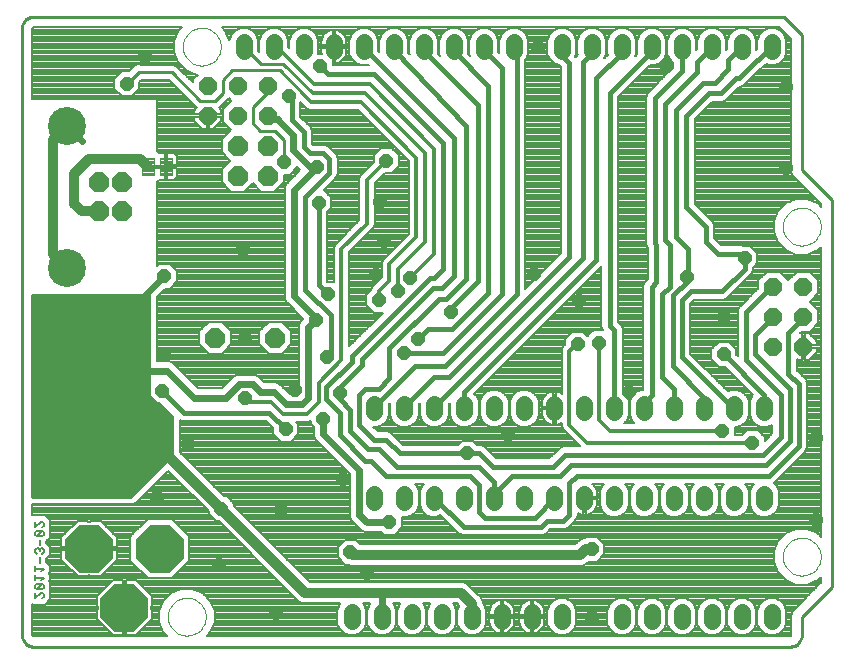
<source format=gbl>
G75*
%MOIN*%
%OFA0B0*%
%FSLAX24Y24*%
%IPPOS*%
%LPD*%
%AMOC8*
5,1,8,0,0,1.08239X$1,22.5*
%
%ADD10C,0.0100*%
%ADD11C,0.0050*%
%ADD12C,0.0000*%
%ADD13C,0.0560*%
%ADD14OC8,0.0610*%
%ADD15OC8,0.1575*%
%ADD16C,0.0768*%
%ADD17OC8,0.0660*%
%ADD18C,0.1266*%
%ADD19C,0.0046*%
%ADD20C,0.0320*%
%ADD21C,0.0240*%
%ADD22OC8,0.0440*%
%ADD23C,0.0120*%
%ADD24C,0.0080*%
%ADD25C,0.0160*%
%ADD26C,0.0150*%
D10*
X008844Y009700D02*
X034056Y009700D01*
X034095Y009702D01*
X034133Y009708D01*
X034170Y009717D01*
X034207Y009730D01*
X034242Y009747D01*
X034275Y009766D01*
X034306Y009789D01*
X034335Y009815D01*
X034361Y009844D01*
X034384Y009875D01*
X034403Y009908D01*
X034420Y009943D01*
X034433Y009980D01*
X034442Y010017D01*
X034448Y010055D01*
X034450Y010094D01*
X034450Y010700D01*
X035450Y011700D01*
X035450Y024600D01*
X034450Y025600D01*
X034450Y030100D01*
X033850Y030700D01*
X008844Y030700D01*
X008805Y030698D01*
X008767Y030692D01*
X008730Y030683D01*
X008693Y030670D01*
X008658Y030653D01*
X008625Y030634D01*
X008594Y030611D01*
X008565Y030585D01*
X008539Y030556D01*
X008516Y030525D01*
X008497Y030492D01*
X008480Y030457D01*
X008467Y030420D01*
X008458Y030383D01*
X008452Y030345D01*
X008450Y030306D01*
X008450Y010094D01*
X008452Y010055D01*
X008458Y010017D01*
X008467Y009980D01*
X008480Y009943D01*
X008497Y009908D01*
X008516Y009875D01*
X008539Y009844D01*
X008565Y009815D01*
X008594Y009789D01*
X008625Y009766D01*
X008658Y009747D01*
X008693Y009730D01*
X008730Y009717D01*
X008767Y009708D01*
X008805Y009702D01*
X008844Y009700D01*
X017200Y025850D02*
X017200Y026600D01*
X016900Y026900D01*
X016400Y026900D01*
X016150Y027150D01*
X016150Y027700D01*
X016650Y028200D01*
X016650Y028400D01*
X017040Y028910D02*
X015460Y028910D01*
X015150Y028600D01*
X015150Y028150D01*
X014900Y027900D01*
X014400Y027900D01*
X013450Y028850D01*
X012406Y028850D01*
X012346Y028860D01*
X011950Y028464D01*
X015850Y029700D02*
X016410Y029130D01*
X017160Y029130D01*
X018150Y028150D01*
X017850Y028100D02*
X017040Y028910D01*
D11*
X009130Y013861D02*
X009175Y013815D01*
X009175Y013725D01*
X009130Y013680D01*
X009130Y013566D02*
X008950Y013386D01*
X008905Y013431D01*
X008905Y013521D01*
X008950Y013566D01*
X009130Y013566D01*
X009175Y013521D01*
X009175Y013431D01*
X009130Y013386D01*
X008950Y013386D01*
X009040Y013271D02*
X009040Y013091D01*
X008995Y012977D02*
X008950Y012977D01*
X008905Y012932D01*
X008905Y012841D01*
X008950Y012796D01*
X009040Y012886D02*
X009040Y012932D01*
X008995Y012977D01*
X009040Y012932D02*
X009085Y012977D01*
X009130Y012977D01*
X009175Y012932D01*
X009175Y012841D01*
X009130Y012796D01*
X009040Y012682D02*
X009040Y012502D01*
X008905Y012387D02*
X008905Y012207D01*
X008905Y012297D02*
X009175Y012297D01*
X009085Y012207D01*
X008905Y012093D02*
X008905Y011912D01*
X008905Y012003D02*
X009175Y012003D01*
X009085Y011912D01*
X009130Y011798D02*
X008950Y011618D01*
X008905Y011663D01*
X008905Y011753D01*
X008950Y011798D01*
X009130Y011798D01*
X009175Y011753D01*
X009175Y011663D01*
X009130Y011618D01*
X008950Y011618D01*
X008905Y011503D02*
X008905Y011323D01*
X009085Y011503D01*
X009130Y011503D01*
X009175Y011458D01*
X009175Y011368D01*
X009130Y011323D01*
X008905Y013680D02*
X009085Y013861D01*
X009130Y013861D01*
X008905Y013861D02*
X008905Y013680D01*
D12*
X013320Y010700D02*
X013322Y010750D01*
X013328Y010800D01*
X013338Y010849D01*
X013352Y010897D01*
X013369Y010944D01*
X013390Y010989D01*
X013415Y011033D01*
X013443Y011074D01*
X013475Y011113D01*
X013509Y011150D01*
X013546Y011184D01*
X013586Y011214D01*
X013628Y011241D01*
X013672Y011265D01*
X013718Y011286D01*
X013765Y011302D01*
X013813Y011315D01*
X013863Y011324D01*
X013912Y011329D01*
X013963Y011330D01*
X014013Y011327D01*
X014062Y011320D01*
X014111Y011309D01*
X014159Y011294D01*
X014205Y011276D01*
X014250Y011254D01*
X014293Y011228D01*
X014334Y011199D01*
X014373Y011167D01*
X014409Y011132D01*
X014441Y011094D01*
X014471Y011054D01*
X014498Y011011D01*
X014521Y010967D01*
X014540Y010921D01*
X014556Y010873D01*
X014568Y010824D01*
X014576Y010775D01*
X014580Y010725D01*
X014580Y010675D01*
X014576Y010625D01*
X014568Y010576D01*
X014556Y010527D01*
X014540Y010479D01*
X014521Y010433D01*
X014498Y010389D01*
X014471Y010346D01*
X014441Y010306D01*
X014409Y010268D01*
X014373Y010233D01*
X014334Y010201D01*
X014293Y010172D01*
X014250Y010146D01*
X014205Y010124D01*
X014159Y010106D01*
X014111Y010091D01*
X014062Y010080D01*
X014013Y010073D01*
X013963Y010070D01*
X013912Y010071D01*
X013863Y010076D01*
X013813Y010085D01*
X013765Y010098D01*
X013718Y010114D01*
X013672Y010135D01*
X013628Y010159D01*
X013586Y010186D01*
X013546Y010216D01*
X013509Y010250D01*
X013475Y010287D01*
X013443Y010326D01*
X013415Y010367D01*
X013390Y010411D01*
X013369Y010456D01*
X013352Y010503D01*
X013338Y010551D01*
X013328Y010600D01*
X013322Y010650D01*
X013320Y010700D01*
X033820Y012700D02*
X033822Y012750D01*
X033828Y012800D01*
X033838Y012849D01*
X033852Y012897D01*
X033869Y012944D01*
X033890Y012989D01*
X033915Y013033D01*
X033943Y013074D01*
X033975Y013113D01*
X034009Y013150D01*
X034046Y013184D01*
X034086Y013214D01*
X034128Y013241D01*
X034172Y013265D01*
X034218Y013286D01*
X034265Y013302D01*
X034313Y013315D01*
X034363Y013324D01*
X034412Y013329D01*
X034463Y013330D01*
X034513Y013327D01*
X034562Y013320D01*
X034611Y013309D01*
X034659Y013294D01*
X034705Y013276D01*
X034750Y013254D01*
X034793Y013228D01*
X034834Y013199D01*
X034873Y013167D01*
X034909Y013132D01*
X034941Y013094D01*
X034971Y013054D01*
X034998Y013011D01*
X035021Y012967D01*
X035040Y012921D01*
X035056Y012873D01*
X035068Y012824D01*
X035076Y012775D01*
X035080Y012725D01*
X035080Y012675D01*
X035076Y012625D01*
X035068Y012576D01*
X035056Y012527D01*
X035040Y012479D01*
X035021Y012433D01*
X034998Y012389D01*
X034971Y012346D01*
X034941Y012306D01*
X034909Y012268D01*
X034873Y012233D01*
X034834Y012201D01*
X034793Y012172D01*
X034750Y012146D01*
X034705Y012124D01*
X034659Y012106D01*
X034611Y012091D01*
X034562Y012080D01*
X034513Y012073D01*
X034463Y012070D01*
X034412Y012071D01*
X034363Y012076D01*
X034313Y012085D01*
X034265Y012098D01*
X034218Y012114D01*
X034172Y012135D01*
X034128Y012159D01*
X034086Y012186D01*
X034046Y012216D01*
X034009Y012250D01*
X033975Y012287D01*
X033943Y012326D01*
X033915Y012367D01*
X033890Y012411D01*
X033869Y012456D01*
X033852Y012503D01*
X033838Y012551D01*
X033828Y012600D01*
X033822Y012650D01*
X033820Y012700D01*
X033820Y023700D02*
X033822Y023750D01*
X033828Y023800D01*
X033838Y023849D01*
X033852Y023897D01*
X033869Y023944D01*
X033890Y023989D01*
X033915Y024033D01*
X033943Y024074D01*
X033975Y024113D01*
X034009Y024150D01*
X034046Y024184D01*
X034086Y024214D01*
X034128Y024241D01*
X034172Y024265D01*
X034218Y024286D01*
X034265Y024302D01*
X034313Y024315D01*
X034363Y024324D01*
X034412Y024329D01*
X034463Y024330D01*
X034513Y024327D01*
X034562Y024320D01*
X034611Y024309D01*
X034659Y024294D01*
X034705Y024276D01*
X034750Y024254D01*
X034793Y024228D01*
X034834Y024199D01*
X034873Y024167D01*
X034909Y024132D01*
X034941Y024094D01*
X034971Y024054D01*
X034998Y024011D01*
X035021Y023967D01*
X035040Y023921D01*
X035056Y023873D01*
X035068Y023824D01*
X035076Y023775D01*
X035080Y023725D01*
X035080Y023675D01*
X035076Y023625D01*
X035068Y023576D01*
X035056Y023527D01*
X035040Y023479D01*
X035021Y023433D01*
X034998Y023389D01*
X034971Y023346D01*
X034941Y023306D01*
X034909Y023268D01*
X034873Y023233D01*
X034834Y023201D01*
X034793Y023172D01*
X034750Y023146D01*
X034705Y023124D01*
X034659Y023106D01*
X034611Y023091D01*
X034562Y023080D01*
X034513Y023073D01*
X034463Y023070D01*
X034412Y023071D01*
X034363Y023076D01*
X034313Y023085D01*
X034265Y023098D01*
X034218Y023114D01*
X034172Y023135D01*
X034128Y023159D01*
X034086Y023186D01*
X034046Y023216D01*
X034009Y023250D01*
X033975Y023287D01*
X033943Y023326D01*
X033915Y023367D01*
X033890Y023411D01*
X033869Y023456D01*
X033852Y023503D01*
X033838Y023551D01*
X033828Y023600D01*
X033822Y023650D01*
X033820Y023700D01*
X013820Y029700D02*
X013822Y029750D01*
X013828Y029800D01*
X013838Y029849D01*
X013852Y029897D01*
X013869Y029944D01*
X013890Y029989D01*
X013915Y030033D01*
X013943Y030074D01*
X013975Y030113D01*
X014009Y030150D01*
X014046Y030184D01*
X014086Y030214D01*
X014128Y030241D01*
X014172Y030265D01*
X014218Y030286D01*
X014265Y030302D01*
X014313Y030315D01*
X014363Y030324D01*
X014412Y030329D01*
X014463Y030330D01*
X014513Y030327D01*
X014562Y030320D01*
X014611Y030309D01*
X014659Y030294D01*
X014705Y030276D01*
X014750Y030254D01*
X014793Y030228D01*
X014834Y030199D01*
X014873Y030167D01*
X014909Y030132D01*
X014941Y030094D01*
X014971Y030054D01*
X014998Y030011D01*
X015021Y029967D01*
X015040Y029921D01*
X015056Y029873D01*
X015068Y029824D01*
X015076Y029775D01*
X015080Y029725D01*
X015080Y029675D01*
X015076Y029625D01*
X015068Y029576D01*
X015056Y029527D01*
X015040Y029479D01*
X015021Y029433D01*
X014998Y029389D01*
X014971Y029346D01*
X014941Y029306D01*
X014909Y029268D01*
X014873Y029233D01*
X014834Y029201D01*
X014793Y029172D01*
X014750Y029146D01*
X014705Y029124D01*
X014659Y029106D01*
X014611Y029091D01*
X014562Y029080D01*
X014513Y029073D01*
X014463Y029070D01*
X014412Y029071D01*
X014363Y029076D01*
X014313Y029085D01*
X014265Y029098D01*
X014218Y029114D01*
X014172Y029135D01*
X014128Y029159D01*
X014086Y029186D01*
X014046Y029216D01*
X014009Y029250D01*
X013975Y029287D01*
X013943Y029326D01*
X013915Y029367D01*
X013890Y029411D01*
X013869Y029456D01*
X013852Y029503D01*
X013838Y029551D01*
X013828Y029600D01*
X013822Y029650D01*
X013820Y029700D01*
D13*
X015850Y029840D02*
X015850Y029560D01*
X016850Y029560D02*
X016850Y029840D01*
X017850Y029840D02*
X017850Y029560D01*
X018850Y029560D02*
X018850Y029840D01*
X019850Y029840D02*
X019850Y029560D01*
X020850Y029560D02*
X020850Y029840D01*
X021850Y029840D02*
X021850Y029560D01*
X022850Y029560D02*
X022850Y029840D01*
X023850Y029840D02*
X023850Y029560D01*
X024850Y029560D02*
X024850Y029840D01*
X026450Y029840D02*
X026450Y029560D01*
X027450Y029560D02*
X027450Y029840D01*
X028450Y029840D02*
X028450Y029560D01*
X029450Y029560D02*
X029450Y029840D01*
X030450Y029840D02*
X030450Y029560D01*
X031450Y029560D02*
X031450Y029840D01*
X032450Y029840D02*
X032450Y029560D01*
X033450Y029560D02*
X033450Y029840D01*
X033200Y017790D02*
X033200Y017510D01*
X032200Y017510D02*
X032200Y017790D01*
X031200Y017790D02*
X031200Y017510D01*
X030200Y017510D02*
X030200Y017790D01*
X029200Y017790D02*
X029200Y017510D01*
X028200Y017510D02*
X028200Y017790D01*
X027200Y017790D02*
X027200Y017510D01*
X026200Y017510D02*
X026200Y017790D01*
X025200Y017790D02*
X025200Y017510D01*
X024200Y017510D02*
X024200Y017790D01*
X023200Y017790D02*
X023200Y017510D01*
X022200Y017510D02*
X022200Y017790D01*
X021200Y017790D02*
X021200Y017510D01*
X020200Y017510D02*
X020200Y017790D01*
X020200Y014790D02*
X020200Y014510D01*
X021200Y014510D02*
X021200Y014790D01*
X022200Y014790D02*
X022200Y014510D01*
X023200Y014510D02*
X023200Y014790D01*
X024200Y014790D02*
X024200Y014510D01*
X025200Y014510D02*
X025200Y014790D01*
X026200Y014790D02*
X026200Y014510D01*
X027200Y014510D02*
X027200Y014790D01*
X028200Y014790D02*
X028200Y014510D01*
X029200Y014510D02*
X029200Y014790D01*
X030200Y014790D02*
X030200Y014510D01*
X031200Y014510D02*
X031200Y014790D01*
X032200Y014790D02*
X032200Y014510D01*
X033200Y014510D02*
X033200Y014790D01*
X033450Y010840D02*
X033450Y010560D01*
X032450Y010560D02*
X032450Y010840D01*
X031450Y010840D02*
X031450Y010560D01*
X030450Y010560D02*
X030450Y010840D01*
X029450Y010840D02*
X029450Y010560D01*
X028450Y010560D02*
X028450Y010840D01*
X026450Y010840D02*
X026450Y010560D01*
X025450Y010560D02*
X025450Y010840D01*
X024450Y010840D02*
X024450Y010560D01*
X023450Y010560D02*
X023450Y010840D01*
X022450Y010840D02*
X022450Y010560D01*
X021450Y010560D02*
X021450Y010840D01*
X020450Y010840D02*
X020450Y010560D01*
X019450Y010560D02*
X019450Y010840D01*
D14*
X033500Y019700D03*
X034500Y019700D03*
X034500Y020700D03*
X033500Y020700D03*
X033500Y021700D03*
X034500Y021700D03*
X016650Y027400D03*
X015650Y027400D03*
X014650Y027400D03*
X014650Y028400D03*
X015650Y028400D03*
X016650Y028400D03*
D15*
X013050Y012970D03*
X010690Y012970D03*
X011870Y011000D03*
D16*
X011570Y011000D03*
X012170Y011000D03*
X013050Y012670D03*
X013050Y013270D03*
X010690Y013270D03*
X010690Y012670D03*
D17*
X014900Y020000D03*
X016900Y020000D03*
X011804Y024208D03*
X011017Y024208D03*
X011017Y025192D03*
X011804Y025192D03*
X015650Y025400D03*
X016650Y025400D03*
X016650Y026400D03*
X015650Y026400D03*
D18*
X009950Y027062D03*
X009950Y022338D03*
D19*
X012443Y025992D02*
X012857Y025992D01*
X012857Y025408D01*
X012443Y025408D01*
X012443Y025992D01*
X012443Y025453D02*
X012857Y025453D01*
X012857Y025498D02*
X012443Y025498D01*
X012443Y025543D02*
X012857Y025543D01*
X012857Y025588D02*
X012443Y025588D01*
X012443Y025633D02*
X012857Y025633D01*
X012857Y025678D02*
X012443Y025678D01*
X012443Y025723D02*
X012857Y025723D01*
X012857Y025768D02*
X012443Y025768D01*
X012443Y025813D02*
X012857Y025813D01*
X012857Y025858D02*
X012443Y025858D01*
X012443Y025903D02*
X012857Y025903D01*
X012857Y025948D02*
X012443Y025948D01*
X013043Y025992D02*
X013457Y025992D01*
X013457Y025408D01*
X013043Y025408D01*
X013043Y025992D01*
X013043Y025453D02*
X013457Y025453D01*
X013457Y025498D02*
X013043Y025498D01*
X013043Y025543D02*
X013457Y025543D01*
X013457Y025588D02*
X013043Y025588D01*
X013043Y025633D02*
X013457Y025633D01*
X013457Y025678D02*
X013043Y025678D01*
X013043Y025723D02*
X013457Y025723D01*
X013457Y025768D02*
X013043Y025768D01*
X013043Y025813D02*
X013457Y025813D01*
X013457Y025858D02*
X013043Y025858D01*
X013043Y025903D02*
X013457Y025903D01*
X013457Y025948D02*
X013043Y025948D01*
D20*
X012650Y025700D02*
X012400Y025950D01*
X010700Y025950D01*
X010200Y025450D01*
X010200Y024450D01*
X010442Y024208D01*
X011017Y024208D01*
X009500Y022800D02*
X009950Y022350D01*
X009950Y022338D01*
X009500Y022800D02*
X009500Y026600D01*
X009950Y027050D01*
X009950Y027062D01*
X013200Y016200D02*
X015100Y014300D01*
X017900Y011500D01*
X020500Y011500D01*
X023090Y011500D01*
X023460Y011130D01*
X023450Y010700D01*
X027050Y012750D02*
X019500Y012750D01*
X019400Y012850D01*
X013070Y012950D02*
X013050Y012970D01*
X027050Y012750D02*
X027250Y012950D01*
X027450Y012950D01*
D21*
X020700Y013850D02*
X019950Y013850D01*
X019700Y014100D01*
X019700Y015600D01*
X018500Y016800D01*
X018500Y017300D01*
X017800Y017800D02*
X017250Y017800D01*
X016850Y018200D01*
X016400Y018200D01*
X016150Y018450D01*
X015700Y018450D01*
X015250Y018000D01*
X014200Y018000D01*
X013300Y018900D01*
X012150Y018900D01*
X011950Y018200D01*
X012200Y021050D02*
X011200Y021050D01*
X012200Y021050D02*
X013200Y022050D01*
X011017Y024208D02*
X011009Y024200D01*
X011017Y025192D02*
X011009Y025200D01*
X010462Y026550D02*
X009950Y027062D01*
X016650Y027400D02*
X016750Y027300D01*
X017000Y027300D01*
X017000Y027250D01*
X017500Y026750D01*
X017500Y026250D01*
X018050Y025700D01*
X018300Y025700D01*
X017533Y024933D01*
X017533Y021383D01*
X018250Y020666D01*
X018250Y020600D01*
X018000Y020350D01*
X018000Y018000D01*
X017800Y017800D01*
X020450Y011550D02*
X020500Y011500D01*
X020450Y011550D02*
X020450Y010700D01*
D22*
X019950Y012150D03*
X019400Y012850D03*
X020700Y013850D03*
X019150Y015300D03*
X017100Y014250D03*
X015100Y014300D03*
X012950Y014700D03*
X011950Y014950D03*
X011450Y015700D03*
X010450Y015450D03*
X009450Y014950D03*
X009450Y016550D03*
X010450Y017700D03*
X011450Y017450D03*
X011950Y018200D03*
X013125Y018225D03*
X011200Y019200D03*
X009450Y018200D03*
X013200Y019450D03*
X011200Y021050D03*
X013200Y022050D03*
X015830Y022930D03*
X018350Y024500D03*
X018300Y025700D03*
X017200Y025850D03*
X020400Y024510D03*
X020510Y023210D03*
X020250Y022100D03*
X021000Y021550D03*
X021400Y022000D03*
X020350Y021250D03*
X018650Y021450D03*
X018250Y020600D03*
X018620Y019360D03*
X019050Y018150D03*
X017550Y018250D03*
X018500Y017300D03*
X017250Y016950D03*
X015900Y018000D03*
X014000Y016450D03*
X015900Y020000D03*
X021200Y019500D03*
X021650Y019950D03*
X022750Y020850D03*
X025510Y022110D03*
X027010Y021210D03*
X026975Y019775D03*
X027675Y019825D03*
X028700Y018200D03*
X031800Y016900D03*
X032800Y016500D03*
X034920Y016670D03*
X034910Y013910D03*
X027450Y012950D03*
X027450Y010700D03*
X023300Y016150D03*
X024660Y016760D03*
X031850Y019450D03*
X031850Y020700D03*
X030630Y022030D03*
X032550Y022650D03*
X033910Y025660D03*
X033910Y028360D03*
X029950Y029050D03*
X025650Y029700D03*
X020600Y025900D03*
X017350Y028050D03*
X018400Y029050D03*
X012550Y029350D03*
X011950Y028464D03*
X015010Y012410D03*
X016910Y010810D03*
D23*
X012100Y014700D02*
X008820Y014700D01*
X008820Y021400D01*
X012700Y021400D01*
X012700Y018422D01*
X012685Y018407D01*
X012685Y018043D01*
X012943Y017785D01*
X013015Y017785D01*
X013450Y017350D01*
X013450Y016050D01*
X012100Y014700D01*
X012196Y014796D02*
X008820Y014796D01*
X008820Y014914D02*
X012314Y014914D01*
X012433Y015033D02*
X008820Y015033D01*
X008820Y015151D02*
X012551Y015151D01*
X012670Y015270D02*
X008820Y015270D01*
X008820Y015388D02*
X012788Y015388D01*
X012907Y015507D02*
X008820Y015507D01*
X008820Y015625D02*
X013025Y015625D01*
X013144Y015744D02*
X008820Y015744D01*
X008820Y015862D02*
X013262Y015862D01*
X013381Y015981D02*
X008820Y015981D01*
X008820Y016099D02*
X013450Y016099D01*
X013450Y016218D02*
X008820Y016218D01*
X008820Y016336D02*
X013450Y016336D01*
X013450Y016455D02*
X008820Y016455D01*
X008820Y016573D02*
X013450Y016573D01*
X013450Y016692D02*
X008820Y016692D01*
X008820Y016810D02*
X013450Y016810D01*
X013450Y016929D02*
X008820Y016929D01*
X008820Y017047D02*
X013450Y017047D01*
X013450Y017166D02*
X008820Y017166D01*
X008820Y017284D02*
X013450Y017284D01*
X013397Y017403D02*
X008820Y017403D01*
X008820Y017521D02*
X013279Y017521D01*
X013160Y017640D02*
X008820Y017640D01*
X008820Y017758D02*
X013042Y017758D01*
X012851Y017877D02*
X008820Y017877D01*
X008820Y017995D02*
X012733Y017995D01*
X012685Y018114D02*
X008820Y018114D01*
X008820Y018232D02*
X012685Y018232D01*
X012685Y018351D02*
X008820Y018351D01*
X008820Y018469D02*
X012700Y018469D01*
X012700Y018588D02*
X008820Y018588D01*
X008820Y018706D02*
X012700Y018706D01*
X012700Y018825D02*
X008820Y018825D01*
X008820Y018943D02*
X012700Y018943D01*
X012700Y019062D02*
X008820Y019062D01*
X008820Y019180D02*
X012700Y019180D01*
X012700Y019299D02*
X008820Y019299D01*
X008820Y019417D02*
X012700Y019417D01*
X012700Y019536D02*
X008820Y019536D01*
X008820Y019654D02*
X012700Y019654D01*
X012700Y019773D02*
X008820Y019773D01*
X008820Y019891D02*
X012700Y019891D01*
X012700Y020010D02*
X008820Y020010D01*
X008820Y020128D02*
X012700Y020128D01*
X012700Y020247D02*
X008820Y020247D01*
X008820Y020365D02*
X012700Y020365D01*
X012700Y020484D02*
X008820Y020484D01*
X008820Y020602D02*
X012700Y020602D01*
X012700Y020721D02*
X008820Y020721D01*
X008820Y020839D02*
X012700Y020839D01*
X012700Y020958D02*
X008820Y020958D01*
X008820Y021076D02*
X012700Y021076D01*
X012700Y021195D02*
X008820Y021195D01*
X008820Y021313D02*
X012700Y021313D01*
X011800Y024204D02*
X011804Y024208D01*
X011804Y025192D02*
X011800Y025196D01*
X012700Y025700D02*
X013250Y025700D01*
X017850Y028100D02*
X018100Y027850D01*
X019750Y027850D01*
X021600Y026000D01*
X021600Y023350D01*
X020700Y022450D01*
X020700Y021900D01*
X020350Y021550D01*
X020350Y021250D01*
X021000Y021550D02*
X021000Y022300D01*
X021900Y023200D01*
X021900Y026150D01*
X019900Y028150D01*
X018150Y028150D01*
X018200Y028450D02*
X016950Y029700D01*
X016850Y029700D01*
X018200Y028450D02*
X020050Y028450D01*
X022200Y026300D01*
X022200Y022800D01*
X021400Y022000D01*
X019950Y023800D02*
X019100Y022950D01*
X019100Y019250D01*
X018350Y018500D01*
X018350Y017850D01*
X017950Y017450D01*
X017150Y017450D01*
X016750Y017850D01*
X016050Y017850D01*
X015900Y018000D01*
X019950Y023800D02*
X019950Y025250D01*
X020600Y025900D01*
X026700Y019550D02*
X026975Y019775D01*
X026700Y019550D02*
X026700Y017100D01*
X027300Y016500D01*
X032800Y016500D01*
X031800Y016900D02*
X028050Y016900D01*
X027700Y017250D01*
X027700Y019800D01*
X027675Y019825D01*
D24*
X027397Y020141D02*
X027203Y020141D01*
X027149Y020195D02*
X026801Y020195D01*
X026555Y019949D01*
X026555Y019771D01*
X026553Y019770D01*
X026525Y019743D01*
X026495Y019718D01*
X026489Y019707D01*
X026480Y019697D01*
X026465Y019661D01*
X026446Y019627D01*
X026445Y019614D01*
X026440Y019602D01*
X026440Y019563D01*
X026436Y019524D01*
X026440Y019512D01*
X026440Y018135D01*
X026420Y018149D01*
X026361Y018179D01*
X026298Y018200D01*
X026240Y018209D01*
X026240Y017690D01*
X026160Y017690D01*
X026160Y018209D01*
X026102Y018200D01*
X026039Y018179D01*
X025980Y018149D01*
X025926Y018110D01*
X025880Y018064D01*
X025841Y018010D01*
X025811Y017951D01*
X025790Y017888D01*
X025780Y017823D01*
X025780Y017690D01*
X026160Y017690D01*
X026160Y017610D01*
X026240Y017610D01*
X026240Y017091D01*
X026298Y017100D01*
X026361Y017121D01*
X026420Y017151D01*
X026440Y017165D01*
X026440Y017048D01*
X026480Y016953D01*
X026553Y016880D01*
X027052Y016380D01*
X026494Y016380D01*
X026391Y016337D01*
X026313Y016259D01*
X026034Y015980D01*
X024266Y015980D01*
X023937Y016309D01*
X023859Y016387D01*
X023756Y016430D01*
X023614Y016430D01*
X023474Y016570D01*
X023126Y016570D01*
X022986Y016430D01*
X021166Y016430D01*
X020759Y016837D01*
X020656Y016880D01*
X020316Y016880D01*
X020166Y017030D01*
X020295Y017030D01*
X020472Y017103D01*
X020607Y017238D01*
X020680Y017415D01*
X020680Y017784D01*
X020720Y017824D01*
X020720Y017415D01*
X020793Y017238D01*
X020928Y017103D01*
X021105Y017030D01*
X021295Y017030D01*
X021472Y017103D01*
X021607Y017238D01*
X021680Y017415D01*
X021680Y017784D01*
X021720Y017824D01*
X021720Y017415D01*
X021793Y017238D01*
X021928Y017103D01*
X022105Y017030D01*
X022295Y017030D01*
X022472Y017103D01*
X022607Y017238D01*
X022680Y017415D01*
X022680Y017784D01*
X022720Y017824D01*
X022720Y017415D01*
X022793Y017238D01*
X022928Y017103D01*
X023105Y017030D01*
X023295Y017030D01*
X023472Y017103D01*
X023607Y017238D01*
X023680Y017415D01*
X023680Y017885D01*
X023607Y018062D01*
X023532Y018136D01*
X027759Y022363D01*
X027770Y022374D01*
X027770Y020344D01*
X027811Y020245D01*
X027501Y020245D01*
X027300Y020044D01*
X027149Y020195D01*
X027282Y020062D02*
X027318Y020062D01*
X027475Y020219D02*
X025615Y020219D01*
X025537Y020141D02*
X026747Y020141D01*
X026668Y020062D02*
X025458Y020062D01*
X025380Y019984D02*
X026590Y019984D01*
X026555Y019905D02*
X025301Y019905D01*
X025223Y019827D02*
X026555Y019827D01*
X026530Y019748D02*
X025144Y019748D01*
X025066Y019670D02*
X026468Y019670D01*
X026440Y019591D02*
X024987Y019591D01*
X024909Y019513D02*
X026440Y019513D01*
X026440Y019434D02*
X024830Y019434D01*
X024752Y019356D02*
X026440Y019356D01*
X026440Y019277D02*
X024673Y019277D01*
X024595Y019199D02*
X026440Y019199D01*
X026440Y019120D02*
X024516Y019120D01*
X024438Y019042D02*
X026440Y019042D01*
X026440Y018963D02*
X024359Y018963D01*
X024281Y018885D02*
X026440Y018885D01*
X026440Y018806D02*
X024202Y018806D01*
X024124Y018728D02*
X026440Y018728D01*
X026440Y018649D02*
X024045Y018649D01*
X023967Y018571D02*
X026440Y018571D01*
X026440Y018492D02*
X023888Y018492D01*
X023810Y018414D02*
X026440Y018414D01*
X026440Y018335D02*
X023731Y018335D01*
X023653Y018257D02*
X024072Y018257D01*
X024105Y018270D02*
X023928Y018197D01*
X023793Y018062D01*
X023720Y017885D01*
X023720Y017415D01*
X023793Y017238D01*
X023928Y017103D01*
X024105Y017030D01*
X024295Y017030D01*
X024472Y017103D01*
X024607Y017238D01*
X024680Y017415D01*
X024680Y017885D01*
X024607Y018062D01*
X024472Y018197D01*
X024295Y018270D01*
X024105Y018270D01*
X023909Y018178D02*
X023574Y018178D01*
X023569Y018100D02*
X023831Y018100D01*
X023776Y018021D02*
X023624Y018021D01*
X023656Y017943D02*
X023744Y017943D01*
X023720Y017864D02*
X023680Y017864D01*
X023680Y017786D02*
X023720Y017786D01*
X023720Y017707D02*
X023680Y017707D01*
X023680Y017629D02*
X023720Y017629D01*
X023720Y017550D02*
X023680Y017550D01*
X023680Y017472D02*
X023720Y017472D01*
X023729Y017393D02*
X023671Y017393D01*
X023639Y017315D02*
X023761Y017315D01*
X023795Y017236D02*
X023605Y017236D01*
X023526Y017158D02*
X023874Y017158D01*
X023986Y017079D02*
X023414Y017079D01*
X022986Y017079D02*
X022414Y017079D01*
X022526Y017158D02*
X022874Y017158D01*
X022795Y017236D02*
X022605Y017236D01*
X022639Y017315D02*
X022761Y017315D01*
X022729Y017393D02*
X022671Y017393D01*
X022680Y017472D02*
X022720Y017472D01*
X022720Y017550D02*
X022680Y017550D01*
X022680Y017629D02*
X022720Y017629D01*
X022720Y017707D02*
X022680Y017707D01*
X022682Y017786D02*
X022720Y017786D01*
X021720Y017786D02*
X021682Y017786D01*
X021680Y017707D02*
X021720Y017707D01*
X021720Y017629D02*
X021680Y017629D01*
X021680Y017550D02*
X021720Y017550D01*
X021720Y017472D02*
X021680Y017472D01*
X021671Y017393D02*
X021729Y017393D01*
X021761Y017315D02*
X021639Y017315D01*
X021605Y017236D02*
X021795Y017236D01*
X021874Y017158D02*
X021526Y017158D01*
X021414Y017079D02*
X021986Y017079D01*
X021145Y016451D02*
X023007Y016451D01*
X023086Y016530D02*
X021066Y016530D01*
X020988Y016608D02*
X026824Y016608D01*
X026746Y016687D02*
X020909Y016687D01*
X020831Y016765D02*
X026667Y016765D01*
X026589Y016844D02*
X020744Y016844D01*
X020986Y017079D02*
X020414Y017079D01*
X020526Y017158D02*
X020874Y017158D01*
X020795Y017236D02*
X020605Y017236D01*
X020639Y017315D02*
X020761Y017315D01*
X020729Y017393D02*
X020671Y017393D01*
X020680Y017472D02*
X020720Y017472D01*
X020720Y017550D02*
X020680Y017550D01*
X020680Y017629D02*
X020720Y017629D01*
X020720Y017707D02*
X020680Y017707D01*
X020682Y017786D02*
X020720Y017786D01*
X020195Y017001D02*
X026460Y017001D01*
X026440Y017079D02*
X025414Y017079D01*
X025472Y017103D02*
X025295Y017030D01*
X025105Y017030D01*
X024928Y017103D01*
X024793Y017238D01*
X024720Y017415D01*
X024720Y017885D01*
X024793Y018062D01*
X024928Y018197D01*
X025105Y018270D01*
X025295Y018270D01*
X025472Y018197D01*
X025607Y018062D01*
X025680Y017885D01*
X025680Y017415D01*
X025607Y017238D01*
X025472Y017103D01*
X025526Y017158D02*
X025971Y017158D01*
X025980Y017151D02*
X026039Y017121D01*
X026102Y017100D01*
X026160Y017091D01*
X026160Y017610D01*
X025780Y017610D01*
X025780Y017477D01*
X025790Y017412D01*
X025811Y017349D01*
X025841Y017290D01*
X025880Y017236D01*
X025605Y017236D01*
X025639Y017315D02*
X025828Y017315D01*
X025796Y017393D02*
X025671Y017393D01*
X025680Y017472D02*
X025781Y017472D01*
X025780Y017550D02*
X025680Y017550D01*
X025680Y017629D02*
X026160Y017629D01*
X026160Y017707D02*
X026240Y017707D01*
X026240Y017786D02*
X026160Y017786D01*
X026160Y017864D02*
X026240Y017864D01*
X026240Y017943D02*
X026160Y017943D01*
X026160Y018021D02*
X026240Y018021D01*
X026240Y018100D02*
X026160Y018100D01*
X026160Y018178D02*
X026240Y018178D01*
X026364Y018178D02*
X026440Y018178D01*
X026440Y018257D02*
X025328Y018257D01*
X025491Y018178D02*
X026036Y018178D01*
X025916Y018100D02*
X025569Y018100D01*
X025624Y018021D02*
X025849Y018021D01*
X025808Y017943D02*
X025656Y017943D01*
X025680Y017864D02*
X025786Y017864D01*
X025780Y017786D02*
X025680Y017786D01*
X025680Y017707D02*
X025780Y017707D01*
X026160Y017550D02*
X026240Y017550D01*
X026240Y017472D02*
X026160Y017472D01*
X026160Y017393D02*
X026240Y017393D01*
X026240Y017315D02*
X026160Y017315D01*
X026160Y017236D02*
X026240Y017236D01*
X026240Y017158D02*
X026160Y017158D01*
X025980Y017151D02*
X025926Y017190D01*
X025880Y017236D01*
X026429Y017158D02*
X026440Y017158D01*
X026510Y016922D02*
X020274Y016922D01*
X018710Y016137D02*
X013772Y016137D01*
X013710Y016199D02*
X013710Y017255D01*
X013794Y017220D01*
X016584Y017220D01*
X016830Y016974D01*
X016830Y016776D01*
X017076Y016530D01*
X017424Y016530D01*
X017670Y016776D01*
X017670Y017124D01*
X017604Y017190D01*
X018002Y017190D01*
X018080Y017222D01*
X018080Y017126D01*
X018180Y017026D01*
X018180Y016736D01*
X018229Y016619D01*
X019380Y015467D01*
X019380Y014036D01*
X019429Y013919D01*
X019519Y013829D01*
X019769Y013579D01*
X019886Y013530D01*
X020426Y013530D01*
X020526Y013430D01*
X020874Y013430D01*
X021120Y013676D01*
X021120Y014024D01*
X021114Y014030D01*
X021295Y014030D01*
X021472Y014103D01*
X021607Y014238D01*
X021680Y014415D01*
X021680Y014885D01*
X021607Y015062D01*
X021549Y015120D01*
X021851Y015120D01*
X021793Y015062D01*
X021720Y014885D01*
X021720Y014415D01*
X021793Y014238D01*
X021928Y014103D01*
X022105Y014030D01*
X022295Y014030D01*
X022400Y014073D01*
X023005Y013499D01*
X023041Y013463D01*
X023045Y013461D01*
X023048Y013459D01*
X023096Y013440D01*
X023144Y013420D01*
X023148Y013420D01*
X023151Y013419D01*
X023204Y013420D01*
X025806Y013420D01*
X025909Y013463D01*
X026066Y013620D01*
X026556Y013620D01*
X026659Y013663D01*
X026859Y013863D01*
X026937Y013941D01*
X026980Y014044D01*
X026980Y014151D01*
X027039Y014121D01*
X027102Y014100D01*
X027160Y014091D01*
X027160Y014610D01*
X027240Y014610D01*
X027240Y014690D01*
X027620Y014690D01*
X027620Y014823D01*
X027610Y014888D01*
X027589Y014951D01*
X027559Y015010D01*
X027520Y015064D01*
X027474Y015110D01*
X027460Y015120D01*
X027851Y015120D01*
X027793Y015062D01*
X027720Y014885D01*
X027720Y014415D01*
X027793Y014238D01*
X027928Y014103D01*
X028105Y014030D01*
X028295Y014030D01*
X028472Y014103D01*
X028607Y014238D01*
X028680Y014415D01*
X028680Y014885D01*
X028607Y015062D01*
X028549Y015120D01*
X028851Y015120D01*
X028793Y015062D01*
X028720Y014885D01*
X028720Y014415D01*
X028793Y014238D01*
X028928Y014103D01*
X029105Y014030D01*
X029295Y014030D01*
X029472Y014103D01*
X029607Y014238D01*
X029680Y014415D01*
X029680Y014885D01*
X029607Y015062D01*
X029549Y015120D01*
X029851Y015120D01*
X029793Y015062D01*
X029720Y014885D01*
X029720Y014415D01*
X029793Y014238D01*
X029928Y014103D01*
X030105Y014030D01*
X030295Y014030D01*
X030472Y014103D01*
X030607Y014238D01*
X030680Y014415D01*
X030680Y014885D01*
X030607Y015062D01*
X030549Y015120D01*
X030851Y015120D01*
X030793Y015062D01*
X030720Y014885D01*
X030720Y014415D01*
X030793Y014238D01*
X030928Y014103D01*
X031105Y014030D01*
X031295Y014030D01*
X031472Y014103D01*
X031607Y014238D01*
X031680Y014415D01*
X031680Y014885D01*
X031607Y015062D01*
X031549Y015120D01*
X031851Y015120D01*
X031793Y015062D01*
X031720Y014885D01*
X031720Y014415D01*
X031793Y014238D01*
X031928Y014103D01*
X032105Y014030D01*
X032295Y014030D01*
X032472Y014103D01*
X032607Y014238D01*
X032680Y014415D01*
X032680Y014885D01*
X032607Y015062D01*
X032549Y015120D01*
X032851Y015120D01*
X032793Y015062D01*
X032720Y014885D01*
X032720Y014415D01*
X032793Y014238D01*
X032928Y014103D01*
X033105Y014030D01*
X033295Y014030D01*
X033472Y014103D01*
X033607Y014238D01*
X033680Y014415D01*
X033680Y014885D01*
X033607Y015062D01*
X033507Y015162D01*
X033509Y015163D01*
X034509Y016163D01*
X034587Y016241D01*
X034630Y016344D01*
X034630Y018396D01*
X034631Y018398D01*
X034630Y018452D01*
X034630Y018506D01*
X034629Y018508D01*
X034629Y018510D01*
X034608Y018559D01*
X034587Y018609D01*
X034586Y018610D01*
X034585Y018612D01*
X034547Y018649D01*
X035100Y018649D01*
X035100Y018571D02*
X034603Y018571D01*
X034630Y018492D02*
X035100Y018492D01*
X035100Y018414D02*
X034631Y018414D01*
X034630Y018335D02*
X035100Y018335D01*
X035100Y018257D02*
X034630Y018257D01*
X034630Y018178D02*
X035100Y018178D01*
X035100Y018100D02*
X034630Y018100D01*
X034630Y018021D02*
X035100Y018021D01*
X035100Y017943D02*
X034630Y017943D01*
X034630Y017864D02*
X035100Y017864D01*
X035100Y017786D02*
X034630Y017786D01*
X034630Y017707D02*
X035100Y017707D01*
X035100Y017629D02*
X034630Y017629D01*
X034630Y017550D02*
X035100Y017550D01*
X035100Y017472D02*
X034630Y017472D01*
X034630Y017393D02*
X035100Y017393D01*
X035100Y017315D02*
X034630Y017315D01*
X034630Y017236D02*
X035100Y017236D01*
X035100Y017158D02*
X034630Y017158D01*
X034630Y017079D02*
X035100Y017079D01*
X035100Y017001D02*
X034630Y017001D01*
X034630Y016922D02*
X035100Y016922D01*
X035100Y016844D02*
X034630Y016844D01*
X034630Y016765D02*
X035100Y016765D01*
X035100Y016687D02*
X034630Y016687D01*
X034630Y016608D02*
X035100Y016608D01*
X035100Y016530D02*
X034630Y016530D01*
X034630Y016451D02*
X035100Y016451D01*
X035100Y016373D02*
X034630Y016373D01*
X034609Y016294D02*
X035100Y016294D01*
X035100Y016216D02*
X034561Y016216D01*
X034483Y016137D02*
X035100Y016137D01*
X035100Y016059D02*
X034404Y016059D01*
X034326Y015980D02*
X035100Y015980D01*
X035100Y015902D02*
X034247Y015902D01*
X034169Y015823D02*
X035100Y015823D01*
X035100Y015745D02*
X034090Y015745D01*
X034012Y015666D02*
X035100Y015666D01*
X035100Y015588D02*
X033933Y015588D01*
X033855Y015509D02*
X035100Y015509D01*
X035100Y015431D02*
X033776Y015431D01*
X033698Y015352D02*
X035100Y015352D01*
X035100Y015274D02*
X033619Y015274D01*
X033541Y015195D02*
X035100Y015195D01*
X035100Y015117D02*
X033552Y015117D01*
X033617Y015038D02*
X035100Y015038D01*
X035100Y014960D02*
X033649Y014960D01*
X033680Y014881D02*
X035100Y014881D01*
X035100Y014803D02*
X033680Y014803D01*
X033680Y014724D02*
X035100Y014724D01*
X035100Y014646D02*
X033680Y014646D01*
X033680Y014567D02*
X035100Y014567D01*
X035100Y014489D02*
X033680Y014489D01*
X033678Y014410D02*
X035100Y014410D01*
X035100Y014332D02*
X033646Y014332D01*
X033613Y014253D02*
X035100Y014253D01*
X035100Y014175D02*
X033543Y014175D01*
X033455Y014096D02*
X035100Y014096D01*
X035100Y014018D02*
X026969Y014018D01*
X026980Y014096D02*
X027129Y014096D01*
X027160Y014096D02*
X027240Y014096D01*
X027240Y014091D02*
X027298Y014100D01*
X027361Y014121D01*
X027420Y014151D01*
X027474Y014190D01*
X027520Y014236D01*
X027559Y014290D01*
X027589Y014349D01*
X027610Y014412D01*
X027620Y014477D01*
X027620Y014610D01*
X027240Y014610D01*
X027240Y014091D01*
X027271Y014096D02*
X027945Y014096D01*
X027857Y014175D02*
X027453Y014175D01*
X027532Y014253D02*
X027787Y014253D01*
X027754Y014332D02*
X027580Y014332D01*
X027609Y014410D02*
X027722Y014410D01*
X027720Y014489D02*
X027620Y014489D01*
X027620Y014567D02*
X027720Y014567D01*
X027720Y014646D02*
X027240Y014646D01*
X027240Y014567D02*
X027160Y014567D01*
X027160Y014489D02*
X027240Y014489D01*
X027240Y014410D02*
X027160Y014410D01*
X027160Y014332D02*
X027240Y014332D01*
X027240Y014253D02*
X027160Y014253D01*
X027160Y014175D02*
X027240Y014175D01*
X026935Y013939D02*
X035100Y013939D01*
X035100Y013861D02*
X026856Y013861D01*
X026778Y013782D02*
X035100Y013782D01*
X035100Y013704D02*
X026699Y013704D01*
X026568Y013625D02*
X034253Y013625D01*
X034265Y013630D02*
X033923Y013488D01*
X033662Y013227D01*
X033520Y012885D01*
X033520Y012515D01*
X033662Y012173D01*
X033923Y011912D01*
X034265Y011770D01*
X034635Y011770D01*
X034977Y011912D01*
X035100Y012035D01*
X035100Y011845D01*
X034252Y010997D01*
X034252Y010997D01*
X034153Y010898D01*
X034100Y010770D01*
X034100Y010094D01*
X034099Y010085D01*
X034093Y010069D01*
X034081Y010057D01*
X034065Y010051D01*
X034056Y010050D01*
X014615Y010050D01*
X014738Y010173D01*
X014880Y010515D01*
X014880Y010885D01*
X014738Y011227D01*
X014477Y011488D01*
X014135Y011630D01*
X013765Y011630D01*
X013423Y011488D01*
X013162Y011227D01*
X013020Y010885D01*
X013020Y010515D01*
X013162Y010173D01*
X013285Y010050D01*
X008844Y010050D01*
X008835Y010051D01*
X008819Y010057D01*
X008807Y010069D01*
X008801Y010085D01*
X008800Y010094D01*
X008800Y011110D01*
X008812Y011098D01*
X008998Y011098D01*
X009018Y011118D01*
X009037Y011098D01*
X009223Y011098D01*
X009400Y011275D01*
X009400Y011460D01*
X009400Y011551D01*
X009400Y011551D01*
X009400Y011551D01*
X009391Y011561D01*
X009400Y011570D01*
X009400Y011752D01*
X009400Y011846D01*
X009400Y011846D01*
X009400Y011846D01*
X009369Y011878D01*
X009400Y011909D01*
X009400Y012096D01*
X009346Y012150D01*
X009400Y012204D01*
X009400Y012390D01*
X009268Y012522D01*
X009265Y012522D01*
X009265Y012613D01*
X009268Y012616D01*
X009400Y012748D01*
X009400Y012931D01*
X009400Y013025D01*
X009355Y013070D01*
X009267Y013158D01*
X009265Y013160D01*
X009265Y013202D01*
X009268Y013206D01*
X009400Y013338D01*
X009400Y013520D01*
X009400Y013614D01*
X009391Y013623D01*
X009400Y013632D01*
X009400Y013817D01*
X009400Y013909D01*
X009355Y013954D01*
X009268Y014041D01*
X009223Y014085D01*
X009223Y014086D02*
X009131Y014086D01*
X009037Y014086D01*
X009037Y014086D01*
X008812Y014086D01*
X008800Y014074D01*
X008800Y014440D01*
X012152Y014440D01*
X012247Y014480D01*
X012320Y014553D01*
X013329Y015562D01*
X014680Y014211D01*
X014680Y014126D01*
X014926Y013880D01*
X015011Y013880D01*
X017696Y011195D01*
X017828Y011140D01*
X019071Y011140D01*
X019043Y011112D01*
X018970Y010935D01*
X018970Y010465D01*
X019043Y010288D01*
X019178Y010153D01*
X019355Y010080D01*
X019545Y010080D01*
X019722Y010153D01*
X019857Y010288D01*
X019930Y010465D01*
X019930Y010935D01*
X019857Y011112D01*
X019829Y011140D01*
X020071Y011140D01*
X020043Y011112D01*
X019970Y010935D01*
X019970Y010465D01*
X020043Y010288D01*
X020178Y010153D01*
X020355Y010080D01*
X020545Y010080D01*
X020722Y010153D01*
X020857Y010288D01*
X020930Y010465D01*
X020930Y010935D01*
X020857Y011112D01*
X020829Y011140D01*
X021071Y011140D01*
X021043Y011112D01*
X020970Y010935D01*
X020970Y010465D01*
X021043Y010288D01*
X021178Y010153D01*
X021355Y010080D01*
X021545Y010080D01*
X021722Y010153D01*
X021857Y010288D01*
X021930Y010465D01*
X021930Y010935D01*
X021857Y011112D01*
X021829Y011140D01*
X022071Y011140D01*
X022043Y011112D01*
X021970Y010935D01*
X021970Y010465D01*
X022043Y010288D01*
X022178Y010153D01*
X022355Y010080D01*
X022545Y010080D01*
X022722Y010153D01*
X022857Y010288D01*
X022930Y010465D01*
X022930Y010935D01*
X022857Y011112D01*
X022829Y011140D01*
X022941Y011140D01*
X023021Y011060D01*
X022970Y010935D01*
X022970Y010465D01*
X023043Y010288D01*
X023178Y010153D01*
X023355Y010080D01*
X023545Y010080D01*
X023722Y010153D01*
X023857Y010288D01*
X023930Y010465D01*
X023930Y010935D01*
X023857Y011112D01*
X023821Y011148D01*
X023822Y011193D01*
X023820Y011197D01*
X023820Y011202D01*
X023794Y011264D01*
X023770Y011327D01*
X023767Y011330D01*
X023765Y011334D01*
X023718Y011382D01*
X023671Y011430D01*
X023667Y011432D01*
X023395Y011704D01*
X023294Y011805D01*
X023162Y011860D01*
X020538Y011860D01*
X020514Y011870D01*
X020386Y011870D01*
X020362Y011860D01*
X018049Y011860D01*
X015520Y014389D01*
X015520Y014474D01*
X015274Y014720D01*
X015189Y014720D01*
X013710Y016199D01*
X013710Y016216D02*
X018632Y016216D01*
X018553Y016294D02*
X013710Y016294D01*
X013710Y016373D02*
X018475Y016373D01*
X018396Y016451D02*
X013710Y016451D01*
X013710Y016530D02*
X018318Y016530D01*
X018239Y016608D02*
X017502Y016608D01*
X017580Y016687D02*
X018201Y016687D01*
X018180Y016765D02*
X017659Y016765D01*
X017670Y016844D02*
X018180Y016844D01*
X018180Y016922D02*
X017670Y016922D01*
X017670Y017001D02*
X018180Y017001D01*
X018127Y017079D02*
X017670Y017079D01*
X017636Y017158D02*
X018080Y017158D01*
X016998Y016608D02*
X013710Y016608D01*
X013710Y016687D02*
X016920Y016687D01*
X016841Y016765D02*
X013710Y016765D01*
X013710Y016844D02*
X016830Y016844D01*
X016830Y016922D02*
X013710Y016922D01*
X013710Y017001D02*
X016803Y017001D01*
X016725Y017079D02*
X013710Y017079D01*
X013710Y017158D02*
X016646Y017158D01*
X017383Y018120D02*
X017121Y018381D01*
X017031Y018471D01*
X016914Y018520D01*
X016533Y018520D01*
X016421Y018631D01*
X016331Y018721D01*
X016214Y018770D01*
X015636Y018770D01*
X015519Y018721D01*
X015117Y018320D01*
X014333Y018320D01*
X013571Y019081D01*
X013571Y019081D01*
X013481Y019171D01*
X013364Y019220D01*
X012960Y019220D01*
X012960Y021357D01*
X013233Y021630D01*
X013374Y021630D01*
X013620Y021876D01*
X013620Y022224D01*
X013374Y022470D01*
X013026Y022470D01*
X012950Y022394D01*
X012950Y025186D01*
X013012Y025248D01*
X013022Y025245D01*
X013210Y025245D01*
X013210Y025660D01*
X013290Y025660D01*
X013290Y025740D01*
X013210Y025740D01*
X013210Y026155D01*
X013022Y026155D01*
X013012Y026152D01*
X012950Y026214D01*
X012950Y027950D01*
X008800Y027950D01*
X008800Y030306D01*
X008801Y030315D01*
X008807Y030331D01*
X008819Y030343D01*
X008835Y030349D01*
X008844Y030350D01*
X013785Y030350D01*
X013662Y030227D01*
X013520Y029885D01*
X013520Y029515D01*
X013662Y029173D01*
X013923Y028912D01*
X014265Y028770D01*
X014306Y028770D01*
X014145Y028609D01*
X014145Y028509D01*
X013662Y028992D01*
X013592Y029062D01*
X013500Y029100D01*
X012427Y029100D01*
X012415Y029102D01*
X012396Y029110D01*
X012367Y029110D01*
X012338Y029115D01*
X012317Y029110D01*
X012296Y029110D01*
X012269Y029099D01*
X012241Y029092D01*
X012224Y029080D01*
X012204Y029072D01*
X012184Y029051D01*
X012160Y029035D01*
X012149Y029017D01*
X012016Y028884D01*
X011776Y028884D01*
X011530Y028638D01*
X011530Y028290D01*
X011776Y028044D01*
X012124Y028044D01*
X012370Y028290D01*
X012370Y028531D01*
X012439Y028600D01*
X013346Y028600D01*
X014258Y027688D01*
X014294Y027673D01*
X014205Y027584D01*
X014205Y027440D01*
X014610Y027440D01*
X014610Y027360D01*
X014690Y027360D01*
X014690Y027440D01*
X015095Y027440D01*
X015095Y027584D01*
X015006Y027673D01*
X015042Y027688D01*
X015112Y027758D01*
X015345Y027991D01*
X015436Y027900D01*
X015145Y027609D01*
X015145Y027191D01*
X015418Y026918D01*
X015120Y026620D01*
X015120Y026180D01*
X015400Y025900D01*
X015120Y025620D01*
X015120Y025180D01*
X015430Y024870D01*
X015870Y024870D01*
X016150Y025150D01*
X016430Y024870D01*
X016870Y024870D01*
X017180Y025180D01*
X017180Y025430D01*
X017374Y025430D01*
X017620Y025676D01*
X017620Y025677D01*
X017722Y025575D01*
X017262Y025114D01*
X017213Y024997D01*
X017213Y021319D01*
X017262Y021202D01*
X017352Y021112D01*
X017830Y020633D01*
X017819Y020621D01*
X017729Y020531D01*
X017680Y020414D01*
X017680Y018133D01*
X017667Y018120D01*
X017383Y018120D01*
X017325Y018178D02*
X017680Y018178D01*
X017680Y018257D02*
X017246Y018257D01*
X017168Y018335D02*
X017680Y018335D01*
X017680Y018414D02*
X017089Y018414D01*
X016981Y018492D02*
X017680Y018492D01*
X017680Y018571D02*
X016482Y018571D01*
X016404Y018649D02*
X017680Y018649D01*
X017680Y018728D02*
X016316Y018728D01*
X015534Y018728D02*
X013925Y018728D01*
X013847Y018806D02*
X017680Y018806D01*
X017680Y018885D02*
X013768Y018885D01*
X013690Y018963D02*
X017680Y018963D01*
X017680Y019042D02*
X013611Y019042D01*
X013533Y019120D02*
X017680Y019120D01*
X017680Y019199D02*
X013415Y019199D01*
X012960Y019277D02*
X017680Y019277D01*
X017680Y019356D02*
X012960Y019356D01*
X012960Y019434D02*
X017680Y019434D01*
X017680Y019513D02*
X017162Y019513D01*
X017120Y019470D02*
X017430Y019780D01*
X017430Y020220D01*
X017120Y020530D01*
X016680Y020530D01*
X016370Y020220D01*
X016370Y019780D01*
X016680Y019470D01*
X017120Y019470D01*
X017241Y019591D02*
X017680Y019591D01*
X017680Y019670D02*
X017319Y019670D01*
X017398Y019748D02*
X017680Y019748D01*
X017680Y019827D02*
X017430Y019827D01*
X017430Y019905D02*
X017680Y019905D01*
X017680Y019984D02*
X017430Y019984D01*
X017430Y020062D02*
X017680Y020062D01*
X017680Y020141D02*
X017430Y020141D01*
X017430Y020219D02*
X017680Y020219D01*
X017680Y020298D02*
X017352Y020298D01*
X017273Y020376D02*
X017680Y020376D01*
X017697Y020455D02*
X017195Y020455D01*
X017730Y020533D02*
X012960Y020533D01*
X012960Y020455D02*
X014605Y020455D01*
X014680Y020530D02*
X014370Y020220D01*
X014370Y019780D01*
X014680Y019470D01*
X015120Y019470D01*
X015430Y019780D01*
X015430Y020220D01*
X015120Y020530D01*
X014680Y020530D01*
X014527Y020376D02*
X012960Y020376D01*
X012960Y020298D02*
X014448Y020298D01*
X014370Y020219D02*
X012960Y020219D01*
X012960Y020141D02*
X014370Y020141D01*
X014370Y020062D02*
X012960Y020062D01*
X012960Y019984D02*
X014370Y019984D01*
X014370Y019905D02*
X012960Y019905D01*
X012960Y019827D02*
X014370Y019827D01*
X014402Y019748D02*
X012960Y019748D01*
X012960Y019670D02*
X014481Y019670D01*
X014559Y019591D02*
X012960Y019591D01*
X012960Y019513D02*
X014638Y019513D01*
X015162Y019513D02*
X016638Y019513D01*
X016559Y019591D02*
X015241Y019591D01*
X015319Y019670D02*
X016481Y019670D01*
X016402Y019748D02*
X015398Y019748D01*
X015430Y019827D02*
X016370Y019827D01*
X016370Y019905D02*
X015430Y019905D01*
X015430Y019984D02*
X016370Y019984D01*
X016370Y020062D02*
X015430Y020062D01*
X015430Y020141D02*
X016370Y020141D01*
X016370Y020219D02*
X015430Y020219D01*
X015352Y020298D02*
X016448Y020298D01*
X016527Y020376D02*
X015273Y020376D01*
X015195Y020455D02*
X016605Y020455D01*
X017381Y021083D02*
X012960Y021083D01*
X012960Y021161D02*
X017302Y021161D01*
X017246Y021240D02*
X012960Y021240D01*
X012960Y021318D02*
X017214Y021318D01*
X017213Y021397D02*
X012999Y021397D01*
X013078Y021475D02*
X017213Y021475D01*
X017213Y021554D02*
X013156Y021554D01*
X013376Y021632D02*
X017213Y021632D01*
X017213Y021711D02*
X013455Y021711D01*
X013533Y021789D02*
X017213Y021789D01*
X017213Y021868D02*
X013612Y021868D01*
X013620Y021946D02*
X017213Y021946D01*
X017213Y022025D02*
X013620Y022025D01*
X013620Y022103D02*
X017213Y022103D01*
X017213Y022182D02*
X013620Y022182D01*
X013584Y022260D02*
X017213Y022260D01*
X017213Y022339D02*
X013505Y022339D01*
X013427Y022417D02*
X017213Y022417D01*
X017213Y022496D02*
X012950Y022496D01*
X012950Y022574D02*
X017213Y022574D01*
X017213Y022653D02*
X012950Y022653D01*
X012950Y022731D02*
X017213Y022731D01*
X017213Y022810D02*
X012950Y022810D01*
X012950Y022888D02*
X017213Y022888D01*
X017213Y022967D02*
X012950Y022967D01*
X012950Y023045D02*
X017213Y023045D01*
X017213Y023124D02*
X012950Y023124D01*
X012950Y023202D02*
X017213Y023202D01*
X017213Y023281D02*
X012950Y023281D01*
X012950Y023359D02*
X017213Y023359D01*
X017213Y023438D02*
X012950Y023438D01*
X012950Y023516D02*
X017213Y023516D01*
X017213Y023595D02*
X012950Y023595D01*
X012950Y023673D02*
X017213Y023673D01*
X017213Y023752D02*
X012950Y023752D01*
X012950Y023830D02*
X017213Y023830D01*
X017213Y023909D02*
X012950Y023909D01*
X012950Y023987D02*
X017213Y023987D01*
X017213Y024066D02*
X012950Y024066D01*
X012950Y024144D02*
X017213Y024144D01*
X017213Y024223D02*
X012950Y024223D01*
X012950Y024301D02*
X017213Y024301D01*
X017213Y024380D02*
X012950Y024380D01*
X012950Y024458D02*
X017213Y024458D01*
X017213Y024537D02*
X012950Y024537D01*
X012950Y024615D02*
X017213Y024615D01*
X017213Y024694D02*
X012950Y024694D01*
X012950Y024772D02*
X017213Y024772D01*
X017213Y024851D02*
X012950Y024851D01*
X012950Y024929D02*
X015371Y024929D01*
X015293Y025008D02*
X012950Y025008D01*
X012950Y025086D02*
X015214Y025086D01*
X015136Y025165D02*
X012950Y025165D01*
X013007Y025243D02*
X015120Y025243D01*
X015120Y025322D02*
X013595Y025322D01*
X013587Y025308D02*
X013609Y025345D01*
X013620Y025387D01*
X013620Y025660D01*
X013290Y025660D01*
X013290Y025245D01*
X013478Y025245D01*
X013520Y025256D01*
X013557Y025278D01*
X013587Y025308D01*
X013620Y025400D02*
X015120Y025400D01*
X015120Y025479D02*
X013620Y025479D01*
X013620Y025557D02*
X015120Y025557D01*
X015136Y025636D02*
X013620Y025636D01*
X013620Y025740D02*
X013620Y026013D01*
X013609Y026055D01*
X013587Y026092D01*
X013557Y026122D01*
X013520Y026144D01*
X013478Y026155D01*
X013290Y026155D01*
X013290Y025740D01*
X013620Y025740D01*
X013620Y025793D02*
X015293Y025793D01*
X015372Y025871D02*
X013620Y025871D01*
X013620Y025950D02*
X015351Y025950D01*
X015272Y026028D02*
X013616Y026028D01*
X013573Y026107D02*
X015194Y026107D01*
X015120Y026185D02*
X012979Y026185D01*
X012950Y026264D02*
X015120Y026264D01*
X015120Y026342D02*
X012950Y026342D01*
X012950Y026421D02*
X015120Y026421D01*
X015120Y026499D02*
X012950Y026499D01*
X012950Y026578D02*
X015120Y026578D01*
X015157Y026656D02*
X012950Y026656D01*
X012950Y026735D02*
X015235Y026735D01*
X015314Y026813D02*
X012950Y026813D01*
X012950Y026892D02*
X015392Y026892D01*
X015366Y026970D02*
X014850Y026970D01*
X014834Y026955D02*
X015095Y027216D01*
X015095Y027360D01*
X014690Y027360D01*
X014690Y026955D01*
X014834Y026955D01*
X014928Y027049D02*
X015287Y027049D01*
X015209Y027127D02*
X015007Y027127D01*
X015085Y027206D02*
X015145Y027206D01*
X015145Y027284D02*
X015095Y027284D01*
X015145Y027363D02*
X014690Y027363D01*
X014690Y027284D02*
X014610Y027284D01*
X014610Y027360D02*
X014610Y026955D01*
X014466Y026955D01*
X014205Y027216D01*
X014205Y027360D01*
X014610Y027360D01*
X014610Y027363D02*
X012950Y027363D01*
X012950Y027441D02*
X014205Y027441D01*
X014205Y027520D02*
X012950Y027520D01*
X012950Y027598D02*
X014219Y027598D01*
X014286Y027677D02*
X012950Y027677D01*
X012950Y027755D02*
X014191Y027755D01*
X014113Y027834D02*
X012950Y027834D01*
X012950Y027912D02*
X014034Y027912D01*
X013956Y027991D02*
X008800Y027991D01*
X008800Y028069D02*
X011751Y028069D01*
X011673Y028148D02*
X008800Y028148D01*
X008800Y028226D02*
X011594Y028226D01*
X011530Y028305D02*
X008800Y028305D01*
X008800Y028383D02*
X011530Y028383D01*
X011530Y028462D02*
X008800Y028462D01*
X008800Y028540D02*
X011530Y028540D01*
X011530Y028619D02*
X008800Y028619D01*
X008800Y028697D02*
X011589Y028697D01*
X011667Y028776D02*
X008800Y028776D01*
X008800Y028854D02*
X011746Y028854D01*
X012065Y028933D02*
X008800Y028933D01*
X008800Y029011D02*
X012143Y029011D01*
X012237Y029090D02*
X008800Y029090D01*
X008800Y029168D02*
X013667Y029168D01*
X013631Y029247D02*
X008800Y029247D01*
X008800Y029325D02*
X013599Y029325D01*
X013566Y029404D02*
X008800Y029404D01*
X008800Y029482D02*
X013534Y029482D01*
X013520Y029561D02*
X008800Y029561D01*
X008800Y029639D02*
X013520Y029639D01*
X013520Y029718D02*
X008800Y029718D01*
X008800Y029796D02*
X013520Y029796D01*
X013520Y029875D02*
X008800Y029875D01*
X008800Y029953D02*
X013548Y029953D01*
X013581Y030032D02*
X008800Y030032D01*
X008800Y030110D02*
X013613Y030110D01*
X013646Y030189D02*
X008800Y030189D01*
X008800Y030267D02*
X013702Y030267D01*
X013780Y030346D02*
X008826Y030346D01*
X012379Y028540D02*
X013406Y028540D01*
X013485Y028462D02*
X012370Y028462D01*
X012370Y028383D02*
X013563Y028383D01*
X013642Y028305D02*
X012370Y028305D01*
X012306Y028226D02*
X013720Y028226D01*
X013799Y028148D02*
X012227Y028148D01*
X012149Y028069D02*
X013877Y028069D01*
X014113Y028540D02*
X014145Y028540D01*
X014154Y028619D02*
X014035Y028619D01*
X013956Y028697D02*
X014233Y028697D01*
X014252Y028776D02*
X013878Y028776D01*
X013799Y028854D02*
X014062Y028854D01*
X013902Y028933D02*
X013721Y028933D01*
X013642Y029011D02*
X013824Y029011D01*
X013745Y029090D02*
X013525Y029090D01*
X015370Y029909D02*
X015238Y030227D01*
X015115Y030350D01*
X033705Y030350D01*
X034100Y029955D01*
X034100Y025530D01*
X034153Y025402D01*
X034252Y025303D01*
X035100Y024455D01*
X035100Y024365D01*
X034977Y024488D01*
X034635Y024630D01*
X034265Y024630D01*
X033923Y024488D01*
X033662Y024227D01*
X033520Y023885D01*
X033520Y023515D01*
X033662Y023173D01*
X033923Y022912D01*
X034265Y022770D01*
X034635Y022770D01*
X034977Y022912D01*
X035100Y023035D01*
X035100Y013365D01*
X034977Y013488D01*
X034635Y013630D01*
X034265Y013630D01*
X034064Y013547D02*
X025992Y013547D01*
X025914Y013468D02*
X033903Y013468D01*
X033824Y013390D02*
X016520Y013390D01*
X016441Y013468D02*
X020488Y013468D01*
X020912Y013468D02*
X023036Y013468D01*
X022955Y013547D02*
X020990Y013547D01*
X021069Y013625D02*
X022872Y013625D01*
X022790Y013704D02*
X021120Y013704D01*
X021120Y013782D02*
X022707Y013782D01*
X022625Y013861D02*
X021120Y013861D01*
X021120Y013939D02*
X022542Y013939D01*
X022459Y014018D02*
X021120Y014018D01*
X021455Y014096D02*
X021945Y014096D01*
X021857Y014175D02*
X021543Y014175D01*
X021613Y014253D02*
X021787Y014253D01*
X021754Y014332D02*
X021646Y014332D01*
X021678Y014410D02*
X021722Y014410D01*
X021720Y014489D02*
X021680Y014489D01*
X021680Y014567D02*
X021720Y014567D01*
X021720Y014646D02*
X021680Y014646D01*
X021680Y014724D02*
X021720Y014724D01*
X021720Y014803D02*
X021680Y014803D01*
X021680Y014881D02*
X021720Y014881D01*
X021751Y014960D02*
X021649Y014960D01*
X021617Y015038D02*
X021783Y015038D01*
X021848Y015117D02*
X021552Y015117D01*
X019380Y015117D02*
X014793Y015117D01*
X014714Y015195D02*
X019380Y015195D01*
X019380Y015274D02*
X014636Y015274D01*
X014557Y015352D02*
X019380Y015352D01*
X019380Y015431D02*
X014479Y015431D01*
X014400Y015509D02*
X019338Y015509D01*
X019260Y015588D02*
X014322Y015588D01*
X014243Y015666D02*
X019181Y015666D01*
X019103Y015745D02*
X014165Y015745D01*
X014086Y015823D02*
X019024Y015823D01*
X018946Y015902D02*
X014008Y015902D01*
X013929Y015980D02*
X018867Y015980D01*
X018789Y016059D02*
X013851Y016059D01*
X013382Y015509D02*
X013277Y015509D01*
X013198Y015431D02*
X013460Y015431D01*
X013539Y015352D02*
X013120Y015352D01*
X013041Y015274D02*
X013617Y015274D01*
X013696Y015195D02*
X012963Y015195D01*
X012884Y015117D02*
X013774Y015117D01*
X013853Y015038D02*
X012806Y015038D01*
X012727Y014960D02*
X013931Y014960D01*
X014010Y014881D02*
X012649Y014881D01*
X012570Y014803D02*
X014088Y014803D01*
X014167Y014724D02*
X012492Y014724D01*
X012413Y014646D02*
X014245Y014646D01*
X014324Y014567D02*
X012335Y014567D01*
X012256Y014489D02*
X014402Y014489D01*
X014481Y014410D02*
X008800Y014410D01*
X008800Y014332D02*
X014559Y014332D01*
X014638Y014253D02*
X008800Y014253D01*
X008800Y014175D02*
X014680Y014175D01*
X014710Y014096D02*
X008800Y014096D01*
X009223Y014085D02*
X009223Y014086D01*
X009223Y014085D02*
X009223Y014085D01*
X009291Y014018D02*
X014789Y014018D01*
X014867Y013939D02*
X013477Y013939D01*
X013459Y013957D02*
X012641Y013957D01*
X012063Y013379D01*
X012063Y012561D01*
X012641Y011983D01*
X013459Y011983D01*
X014037Y012561D01*
X014037Y013379D01*
X013459Y013957D01*
X013556Y013861D02*
X015030Y013861D01*
X015109Y013782D02*
X013634Y013782D01*
X013713Y013704D02*
X015187Y013704D01*
X015266Y013625D02*
X013791Y013625D01*
X013870Y013547D02*
X015344Y013547D01*
X015423Y013468D02*
X013948Y013468D01*
X014027Y013390D02*
X015501Y013390D01*
X015580Y013311D02*
X014037Y013311D01*
X014037Y013233D02*
X015658Y013233D01*
X015737Y013154D02*
X014037Y013154D01*
X014037Y013076D02*
X015815Y013076D01*
X015894Y012997D02*
X014037Y012997D01*
X014037Y012919D02*
X015972Y012919D01*
X016051Y012840D02*
X014037Y012840D01*
X014037Y012762D02*
X016129Y012762D01*
X016208Y012683D02*
X014037Y012683D01*
X014037Y012605D02*
X016286Y012605D01*
X016365Y012526D02*
X014002Y012526D01*
X013924Y012448D02*
X016443Y012448D01*
X016522Y012369D02*
X013845Y012369D01*
X013767Y012291D02*
X016600Y012291D01*
X016679Y012212D02*
X013688Y012212D01*
X013610Y012134D02*
X016757Y012134D01*
X016836Y012055D02*
X013531Y012055D01*
X013654Y011584D02*
X012598Y011584D01*
X012676Y011506D02*
X013465Y011506D01*
X013362Y011427D02*
X012755Y011427D01*
X012797Y011384D02*
X012254Y011927D01*
X011910Y011927D01*
X011910Y011524D01*
X011870Y011508D01*
X011830Y011524D01*
X011830Y011927D01*
X011486Y011927D01*
X010943Y011384D01*
X010943Y011040D01*
X010986Y011040D01*
X010986Y010960D01*
X010943Y010960D01*
X010943Y010616D01*
X011486Y010073D01*
X011830Y010073D01*
X011830Y010476D01*
X011870Y010492D01*
X011910Y010476D01*
X011910Y010073D01*
X012254Y010073D01*
X012797Y010616D01*
X012797Y010960D01*
X012754Y010960D01*
X012754Y011040D01*
X012797Y011040D01*
X012797Y011384D01*
X012797Y011349D02*
X013283Y011349D01*
X013205Y011270D02*
X012797Y011270D01*
X012797Y011192D02*
X013147Y011192D01*
X013115Y011113D02*
X012797Y011113D01*
X012754Y011035D02*
X013082Y011035D01*
X013050Y010956D02*
X012797Y010956D01*
X012797Y010878D02*
X013020Y010878D01*
X013020Y010799D02*
X012797Y010799D01*
X012797Y010721D02*
X013020Y010721D01*
X013020Y010642D02*
X012797Y010642D01*
X012745Y010564D02*
X013020Y010564D01*
X013033Y010485D02*
X012667Y010485D01*
X012588Y010407D02*
X013065Y010407D01*
X013098Y010328D02*
X012510Y010328D01*
X012431Y010250D02*
X013130Y010250D01*
X013164Y010171D02*
X012353Y010171D01*
X012274Y010093D02*
X013242Y010093D01*
X014658Y010093D02*
X019324Y010093D01*
X019160Y010171D02*
X014736Y010171D01*
X014770Y010250D02*
X019082Y010250D01*
X019027Y010328D02*
X014802Y010328D01*
X014835Y010407D02*
X018994Y010407D01*
X018970Y010485D02*
X014867Y010485D01*
X014880Y010564D02*
X018970Y010564D01*
X018970Y010642D02*
X014880Y010642D01*
X014880Y010721D02*
X018970Y010721D01*
X018970Y010799D02*
X014880Y010799D01*
X014880Y010878D02*
X018970Y010878D01*
X018979Y010956D02*
X014850Y010956D01*
X014818Y011035D02*
X019011Y011035D01*
X019044Y011113D02*
X014785Y011113D01*
X014753Y011192D02*
X017704Y011192D01*
X017621Y011270D02*
X014695Y011270D01*
X014617Y011349D02*
X017542Y011349D01*
X017464Y011427D02*
X014538Y011427D01*
X014435Y011506D02*
X017385Y011506D01*
X017307Y011584D02*
X014246Y011584D01*
X012519Y011663D02*
X017228Y011663D01*
X017150Y011741D02*
X012441Y011741D01*
X012362Y011820D02*
X017071Y011820D01*
X016993Y011898D02*
X012284Y011898D01*
X012490Y012134D02*
X011165Y012134D01*
X011244Y012212D02*
X012412Y012212D01*
X012333Y012291D02*
X011322Y012291D01*
X011401Y012369D02*
X012255Y012369D01*
X012176Y012448D02*
X011479Y012448D01*
X011558Y012526D02*
X012098Y012526D01*
X012063Y012605D02*
X011617Y012605D01*
X011617Y012586D02*
X011617Y012930D01*
X011214Y012930D01*
X011198Y012970D01*
X011214Y013010D01*
X011617Y013010D01*
X011617Y013354D01*
X011074Y013897D01*
X010730Y013897D01*
X010730Y013854D01*
X010650Y013854D01*
X010650Y013897D01*
X010306Y013897D01*
X009763Y013354D01*
X009763Y013010D01*
X010166Y013010D01*
X010182Y012970D01*
X010166Y012930D01*
X009763Y012930D01*
X009763Y012586D01*
X010306Y012043D01*
X010650Y012043D01*
X010650Y012086D01*
X010730Y012086D01*
X010730Y012043D01*
X011074Y012043D01*
X011617Y012586D01*
X011617Y012683D02*
X012063Y012683D01*
X012063Y012762D02*
X011617Y012762D01*
X011617Y012840D02*
X012063Y012840D01*
X012063Y012919D02*
X011617Y012919D01*
X011617Y013076D02*
X012063Y013076D01*
X012063Y013154D02*
X011617Y013154D01*
X011617Y013233D02*
X012063Y013233D01*
X012063Y013311D02*
X011617Y013311D01*
X011582Y013390D02*
X012073Y013390D01*
X012152Y013468D02*
X011504Y013468D01*
X011425Y013547D02*
X012230Y013547D01*
X012309Y013625D02*
X011347Y013625D01*
X011268Y013704D02*
X012387Y013704D01*
X012466Y013782D02*
X011190Y013782D01*
X011111Y013861D02*
X012544Y013861D01*
X012623Y013939D02*
X009370Y013939D01*
X009355Y013954D02*
X009355Y013954D01*
X009400Y013909D02*
X009400Y013909D01*
X009400Y013909D01*
X009400Y013861D02*
X010269Y013861D01*
X010190Y013782D02*
X009400Y013782D01*
X009400Y013704D02*
X010112Y013704D01*
X010033Y013625D02*
X009393Y013625D01*
X009400Y013614D02*
X009400Y013614D01*
X009400Y013614D01*
X009400Y013547D02*
X009955Y013547D01*
X009876Y013468D02*
X009400Y013468D01*
X009400Y013390D02*
X009798Y013390D01*
X009763Y013311D02*
X009374Y013311D01*
X009295Y013233D02*
X009763Y013233D01*
X009763Y013154D02*
X009271Y013154D01*
X009349Y013076D02*
X009763Y013076D01*
X009763Y012919D02*
X009400Y012919D01*
X009400Y012997D02*
X010171Y012997D01*
X009763Y012840D02*
X009400Y012840D01*
X009400Y012762D02*
X009763Y012762D01*
X009763Y012683D02*
X009335Y012683D01*
X009265Y012605D02*
X009763Y012605D01*
X009822Y012526D02*
X009265Y012526D01*
X009343Y012448D02*
X009901Y012448D01*
X009979Y012369D02*
X009400Y012369D01*
X009400Y012291D02*
X010058Y012291D01*
X010136Y012212D02*
X009400Y012212D01*
X009362Y012134D02*
X010215Y012134D01*
X010293Y012055D02*
X009400Y012055D01*
X009400Y011977D02*
X016914Y011977D01*
X017540Y012369D02*
X033581Y012369D01*
X033613Y012291D02*
X017619Y012291D01*
X017697Y012212D02*
X033646Y012212D01*
X033701Y012134D02*
X017776Y012134D01*
X017854Y012055D02*
X033780Y012055D01*
X033858Y011977D02*
X017933Y011977D01*
X018011Y011898D02*
X033956Y011898D01*
X034146Y011820D02*
X023259Y011820D01*
X023358Y011741D02*
X034996Y011741D01*
X034918Y011663D02*
X023437Y011663D01*
X023395Y011704D02*
X023395Y011704D01*
X023515Y011584D02*
X034839Y011584D01*
X034761Y011506D02*
X023594Y011506D01*
X023674Y011427D02*
X034682Y011427D01*
X034604Y011349D02*
X023751Y011349D01*
X023792Y011270D02*
X026234Y011270D01*
X026178Y011247D02*
X026043Y011112D01*
X025970Y010935D01*
X025970Y010465D01*
X026043Y010288D01*
X026178Y010153D01*
X026355Y010080D01*
X026545Y010080D01*
X026722Y010153D01*
X026857Y010288D01*
X026930Y010465D01*
X026930Y010935D01*
X026857Y011112D01*
X026722Y011247D01*
X026545Y011320D01*
X026355Y011320D01*
X026178Y011247D01*
X026123Y011192D02*
X025681Y011192D01*
X025670Y011199D02*
X025611Y011229D01*
X025548Y011250D01*
X025490Y011259D01*
X025490Y010740D01*
X025870Y010740D01*
X025870Y010873D01*
X025860Y010938D01*
X025839Y011001D01*
X025809Y011060D01*
X025770Y011114D01*
X025724Y011160D01*
X025670Y011199D01*
X025771Y011113D02*
X026044Y011113D01*
X026011Y011035D02*
X025822Y011035D01*
X025854Y010956D02*
X025979Y010956D01*
X025970Y010878D02*
X025869Y010878D01*
X025870Y010799D02*
X025970Y010799D01*
X025970Y010721D02*
X025490Y010721D01*
X025490Y010740D02*
X025490Y010660D01*
X025870Y010660D01*
X025870Y010527D01*
X025860Y010462D01*
X025839Y010399D01*
X025809Y010340D01*
X025770Y010286D01*
X025724Y010240D01*
X025670Y010201D01*
X025611Y010171D01*
X025548Y010150D01*
X025490Y010141D01*
X025490Y010660D01*
X025410Y010660D01*
X025410Y010141D01*
X025352Y010150D01*
X025289Y010171D01*
X025230Y010201D01*
X025176Y010240D01*
X025130Y010286D01*
X025091Y010340D01*
X025061Y010399D01*
X025040Y010462D01*
X025030Y010527D01*
X025030Y010660D01*
X025410Y010660D01*
X025410Y010740D01*
X025410Y011259D01*
X025352Y011250D01*
X025289Y011229D01*
X025230Y011199D01*
X025176Y011160D01*
X025130Y011114D01*
X025091Y011060D01*
X025061Y011001D01*
X025040Y010938D01*
X025030Y010873D01*
X025030Y010740D01*
X025410Y010740D01*
X025490Y010740D01*
X025490Y010799D02*
X025410Y010799D01*
X025410Y010721D02*
X024490Y010721D01*
X024490Y010740D02*
X024870Y010740D01*
X024870Y010873D01*
X024860Y010938D01*
X024839Y011001D01*
X024809Y011060D01*
X024770Y011114D01*
X024724Y011160D01*
X024670Y011199D01*
X024611Y011229D01*
X024548Y011250D01*
X024490Y011259D01*
X024490Y010740D01*
X024490Y010660D01*
X024870Y010660D01*
X024870Y010527D01*
X024860Y010462D01*
X024839Y010399D01*
X024809Y010340D01*
X024770Y010286D01*
X024724Y010240D01*
X024670Y010201D01*
X024611Y010171D01*
X024548Y010150D01*
X024490Y010141D01*
X024490Y010660D01*
X024410Y010660D01*
X024410Y010141D01*
X024352Y010150D01*
X024289Y010171D01*
X024230Y010201D01*
X024176Y010240D01*
X024130Y010286D01*
X024091Y010340D01*
X024061Y010399D01*
X024040Y010462D01*
X024030Y010527D01*
X024030Y010660D01*
X024410Y010660D01*
X024410Y010740D01*
X024410Y011259D01*
X024352Y011250D01*
X024289Y011229D01*
X024230Y011199D01*
X024176Y011160D01*
X024130Y011114D01*
X024091Y011060D01*
X024061Y011001D01*
X024040Y010938D01*
X024030Y010873D01*
X024030Y010740D01*
X024410Y010740D01*
X024490Y010740D01*
X024490Y010799D02*
X024410Y010799D01*
X024410Y010721D02*
X023930Y010721D01*
X023930Y010799D02*
X024030Y010799D01*
X024031Y010878D02*
X023930Y010878D01*
X023921Y010956D02*
X024046Y010956D01*
X024078Y011035D02*
X023889Y011035D01*
X023856Y011113D02*
X024129Y011113D01*
X024219Y011192D02*
X023822Y011192D01*
X024410Y011192D02*
X024490Y011192D01*
X024490Y011113D02*
X024410Y011113D01*
X024410Y011035D02*
X024490Y011035D01*
X024490Y010956D02*
X024410Y010956D01*
X024410Y010878D02*
X024490Y010878D01*
X024490Y010642D02*
X024410Y010642D01*
X024410Y010564D02*
X024490Y010564D01*
X024490Y010485D02*
X024410Y010485D01*
X024410Y010407D02*
X024490Y010407D01*
X024490Y010328D02*
X024410Y010328D01*
X024410Y010250D02*
X024490Y010250D01*
X024490Y010171D02*
X024410Y010171D01*
X024288Y010171D02*
X023740Y010171D01*
X023818Y010250D02*
X024167Y010250D01*
X024099Y010328D02*
X023873Y010328D01*
X023906Y010407D02*
X024058Y010407D01*
X024037Y010485D02*
X023930Y010485D01*
X023930Y010564D02*
X024030Y010564D01*
X024030Y010642D02*
X023930Y010642D01*
X023576Y010093D02*
X026324Y010093D01*
X026160Y010171D02*
X025612Y010171D01*
X025490Y010171D02*
X025410Y010171D01*
X025410Y010250D02*
X025490Y010250D01*
X025490Y010328D02*
X025410Y010328D01*
X025410Y010407D02*
X025490Y010407D01*
X025490Y010485D02*
X025410Y010485D01*
X025410Y010564D02*
X025490Y010564D01*
X025490Y010642D02*
X025410Y010642D01*
X025410Y010878D02*
X025490Y010878D01*
X025490Y010956D02*
X025410Y010956D01*
X025410Y011035D02*
X025490Y011035D01*
X025490Y011113D02*
X025410Y011113D01*
X025410Y011192D02*
X025490Y011192D01*
X025219Y011192D02*
X024681Y011192D01*
X024771Y011113D02*
X025129Y011113D01*
X025078Y011035D02*
X024822Y011035D01*
X024854Y010956D02*
X025046Y010956D01*
X025031Y010878D02*
X024869Y010878D01*
X024870Y010799D02*
X025030Y010799D01*
X025030Y010642D02*
X024870Y010642D01*
X024870Y010564D02*
X025030Y010564D01*
X025037Y010485D02*
X024863Y010485D01*
X024842Y010407D02*
X025058Y010407D01*
X025099Y010328D02*
X024801Y010328D01*
X024733Y010250D02*
X025167Y010250D01*
X025288Y010171D02*
X024612Y010171D01*
X025733Y010250D02*
X026082Y010250D01*
X026027Y010328D02*
X025801Y010328D01*
X025842Y010407D02*
X025994Y010407D01*
X025970Y010485D02*
X025863Y010485D01*
X025870Y010564D02*
X025970Y010564D01*
X025970Y010642D02*
X025870Y010642D01*
X026576Y010093D02*
X028324Y010093D01*
X028355Y010080D02*
X028545Y010080D01*
X028722Y010153D01*
X028857Y010288D01*
X028930Y010465D01*
X028930Y010935D01*
X028857Y011112D01*
X028722Y011247D01*
X028545Y011320D01*
X028355Y011320D01*
X028178Y011247D01*
X028043Y011112D01*
X027970Y010935D01*
X027970Y010465D01*
X028043Y010288D01*
X028178Y010153D01*
X028355Y010080D01*
X028160Y010171D02*
X026740Y010171D01*
X026818Y010250D02*
X028082Y010250D01*
X028027Y010328D02*
X026873Y010328D01*
X026906Y010407D02*
X027994Y010407D01*
X027970Y010485D02*
X026930Y010485D01*
X026930Y010564D02*
X027970Y010564D01*
X027970Y010642D02*
X026930Y010642D01*
X026930Y010721D02*
X027970Y010721D01*
X027970Y010799D02*
X026930Y010799D01*
X026930Y010878D02*
X027970Y010878D01*
X027979Y010956D02*
X026921Y010956D01*
X026889Y011035D02*
X028011Y011035D01*
X028044Y011113D02*
X026856Y011113D01*
X026777Y011192D02*
X028123Y011192D01*
X028234Y011270D02*
X026666Y011270D01*
X027122Y012390D02*
X027254Y012445D01*
X027339Y012530D01*
X027624Y012530D01*
X027870Y012776D01*
X027870Y013124D01*
X027624Y013370D01*
X027276Y013370D01*
X027216Y013310D01*
X027178Y013310D01*
X027046Y013255D01*
X026901Y013110D01*
X019734Y013110D01*
X019574Y013270D01*
X019226Y013270D01*
X018980Y013024D01*
X018980Y012676D01*
X019226Y012430D01*
X019332Y012430D01*
X019428Y012390D01*
X027122Y012390D01*
X027257Y012448D02*
X033548Y012448D01*
X033520Y012526D02*
X027335Y012526D01*
X027698Y012605D02*
X033520Y012605D01*
X033520Y012683D02*
X027777Y012683D01*
X027855Y012762D02*
X033520Y012762D01*
X033520Y012840D02*
X027870Y012840D01*
X027870Y012919D02*
X033534Y012919D01*
X033566Y012997D02*
X027870Y012997D01*
X027870Y013076D02*
X033599Y013076D01*
X033632Y013154D02*
X027840Y013154D01*
X027761Y013233D02*
X033667Y013233D01*
X033746Y013311D02*
X027683Y013311D01*
X027217Y013311D02*
X016598Y013311D01*
X016677Y013233D02*
X019189Y013233D01*
X019110Y013154D02*
X016755Y013154D01*
X016834Y013076D02*
X019032Y013076D01*
X018980Y012997D02*
X016912Y012997D01*
X016991Y012919D02*
X018980Y012919D01*
X018980Y012840D02*
X017069Y012840D01*
X017148Y012762D02*
X018980Y012762D01*
X018980Y012683D02*
X017226Y012683D01*
X017305Y012605D02*
X019052Y012605D01*
X019130Y012526D02*
X017383Y012526D01*
X017462Y012448D02*
X019209Y012448D01*
X019690Y013154D02*
X026945Y013154D01*
X027023Y013233D02*
X019611Y013233D01*
X019846Y013547D02*
X016363Y013547D01*
X016284Y013625D02*
X019722Y013625D01*
X019644Y013704D02*
X016206Y013704D01*
X016127Y013782D02*
X019565Y013782D01*
X019487Y013861D02*
X016049Y013861D01*
X015970Y013939D02*
X019420Y013939D01*
X019388Y014018D02*
X015892Y014018D01*
X015813Y014096D02*
X019380Y014096D01*
X019380Y014175D02*
X015735Y014175D01*
X015656Y014253D02*
X019380Y014253D01*
X019380Y014332D02*
X015578Y014332D01*
X015520Y014410D02*
X019380Y014410D01*
X019380Y014489D02*
X015505Y014489D01*
X015427Y014567D02*
X019380Y014567D01*
X019380Y014646D02*
X015348Y014646D01*
X015185Y014724D02*
X019380Y014724D01*
X019380Y014803D02*
X015107Y014803D01*
X015028Y014881D02*
X019380Y014881D01*
X019380Y014960D02*
X014950Y014960D01*
X014871Y015038D02*
X019380Y015038D01*
X023514Y016530D02*
X026903Y016530D01*
X026981Y016451D02*
X023593Y016451D01*
X023873Y016373D02*
X026476Y016373D01*
X026348Y016294D02*
X023952Y016294D01*
X024030Y016216D02*
X026270Y016216D01*
X026191Y016137D02*
X024109Y016137D01*
X024187Y016059D02*
X026113Y016059D01*
X026034Y015980D02*
X024266Y015980D01*
X024414Y017079D02*
X024986Y017079D01*
X024874Y017158D02*
X024526Y017158D01*
X024605Y017236D02*
X024795Y017236D01*
X024761Y017315D02*
X024639Y017315D01*
X024671Y017393D02*
X024729Y017393D01*
X024720Y017472D02*
X024680Y017472D01*
X024680Y017550D02*
X024720Y017550D01*
X024720Y017629D02*
X024680Y017629D01*
X024680Y017707D02*
X024720Y017707D01*
X024720Y017786D02*
X024680Y017786D01*
X024680Y017864D02*
X024720Y017864D01*
X024744Y017943D02*
X024656Y017943D01*
X024624Y018021D02*
X024776Y018021D01*
X024831Y018100D02*
X024569Y018100D01*
X024491Y018178D02*
X024909Y018178D01*
X025072Y018257D02*
X024328Y018257D01*
X025694Y020298D02*
X027789Y020298D01*
X027770Y020376D02*
X025772Y020376D01*
X025851Y020455D02*
X027770Y020455D01*
X027770Y020533D02*
X025929Y020533D01*
X026008Y020612D02*
X027770Y020612D01*
X027770Y020690D02*
X026086Y020690D01*
X026165Y020769D02*
X027770Y020769D01*
X027770Y020847D02*
X026243Y020847D01*
X026322Y020926D02*
X027770Y020926D01*
X027770Y021004D02*
X026400Y021004D01*
X026479Y021083D02*
X027770Y021083D01*
X027770Y021161D02*
X026557Y021161D01*
X026636Y021240D02*
X027770Y021240D01*
X027770Y021318D02*
X026714Y021318D01*
X026793Y021397D02*
X027770Y021397D01*
X027770Y021475D02*
X026871Y021475D01*
X026950Y021554D02*
X027770Y021554D01*
X027770Y021632D02*
X027028Y021632D01*
X027107Y021711D02*
X027770Y021711D01*
X027770Y021789D02*
X027185Y021789D01*
X027264Y021868D02*
X027770Y021868D01*
X027770Y021946D02*
X027342Y021946D01*
X027421Y022025D02*
X027770Y022025D01*
X027770Y022103D02*
X027499Y022103D01*
X027578Y022182D02*
X027770Y022182D01*
X027770Y022260D02*
X027656Y022260D01*
X027735Y022339D02*
X027770Y022339D01*
X028330Y022339D02*
X029320Y022339D01*
X029320Y022417D02*
X028330Y022417D01*
X028330Y022496D02*
X029320Y022496D01*
X029320Y022574D02*
X028330Y022574D01*
X028330Y022653D02*
X029320Y022653D01*
X029320Y022731D02*
X028330Y022731D01*
X028330Y022810D02*
X029320Y022810D01*
X029320Y022888D02*
X028330Y022888D01*
X028330Y022967D02*
X029320Y022967D01*
X029320Y022984D02*
X029320Y021966D01*
X029213Y021859D01*
X029170Y021756D01*
X029170Y018270D01*
X029105Y018270D01*
X028928Y018197D01*
X028793Y018062D01*
X028720Y017885D01*
X028720Y017415D01*
X028793Y017238D01*
X028871Y017160D01*
X028529Y017160D01*
X028607Y017238D01*
X028680Y017415D01*
X028680Y017885D01*
X028607Y018062D01*
X028480Y018189D01*
X028480Y020306D01*
X028437Y020409D01*
X028330Y020516D01*
X028330Y028034D01*
X029376Y029080D01*
X029545Y029080D01*
X029722Y029153D01*
X029857Y029288D01*
X029930Y029465D01*
X029930Y029935D01*
X029857Y030112D01*
X029722Y030247D01*
X029545Y030320D01*
X029355Y030320D01*
X029178Y030247D01*
X029043Y030112D01*
X028970Y029935D01*
X028970Y029466D01*
X028903Y029399D01*
X028930Y029465D01*
X028930Y029935D01*
X028857Y030112D01*
X028722Y030247D01*
X028545Y030320D01*
X028355Y030320D01*
X028178Y030247D01*
X028043Y030112D01*
X027970Y029935D01*
X027970Y029465D01*
X027984Y029430D01*
X027867Y029313D01*
X027930Y029465D01*
X027930Y029935D01*
X027857Y030112D01*
X027722Y030247D01*
X027545Y030320D01*
X027355Y030320D01*
X027178Y030247D01*
X027043Y030112D01*
X026970Y029935D01*
X026970Y029465D01*
X026984Y029430D01*
X026913Y029359D01*
X026905Y029341D01*
X026886Y029359D01*
X026930Y029465D01*
X026930Y029935D01*
X026857Y030112D01*
X026722Y030247D01*
X026545Y030320D01*
X026355Y030320D01*
X026178Y030247D01*
X026043Y030112D01*
X025970Y029935D01*
X025970Y029465D01*
X026043Y029288D01*
X026178Y029153D01*
X026355Y029080D01*
X026374Y029080D01*
X026420Y029034D01*
X026420Y022816D01*
X025230Y021626D01*
X025230Y029261D01*
X025257Y029288D01*
X025330Y029465D01*
X025330Y029935D01*
X025257Y030112D01*
X025122Y030247D01*
X024945Y030320D01*
X024755Y030320D01*
X024578Y030247D01*
X024443Y030112D01*
X024370Y029935D01*
X024370Y029476D01*
X024330Y029516D01*
X024330Y029935D01*
X024257Y030112D01*
X024122Y030247D01*
X023945Y030320D01*
X023755Y030320D01*
X023578Y030247D01*
X023443Y030112D01*
X023370Y029935D01*
X023370Y029465D01*
X023397Y029399D01*
X023330Y029466D01*
X023330Y029935D01*
X023257Y030112D01*
X023122Y030247D01*
X022945Y030320D01*
X022755Y030320D01*
X022578Y030247D01*
X022443Y030112D01*
X022370Y029935D01*
X022370Y029465D01*
X022397Y029399D01*
X022330Y029466D01*
X022330Y029935D01*
X022257Y030112D01*
X022122Y030247D01*
X021945Y030320D01*
X021755Y030320D01*
X021578Y030247D01*
X021443Y030112D01*
X021370Y029935D01*
X021370Y029465D01*
X021376Y029449D01*
X021330Y029499D01*
X021330Y029935D01*
X021257Y030112D01*
X021122Y030247D01*
X020945Y030320D01*
X020755Y030320D01*
X020578Y030247D01*
X020443Y030112D01*
X020370Y029935D01*
X020370Y029526D01*
X020330Y029566D01*
X020330Y029935D01*
X020257Y030112D01*
X020122Y030247D01*
X019945Y030320D01*
X019755Y030320D01*
X019578Y030247D01*
X019443Y030112D01*
X019370Y029935D01*
X019370Y029465D01*
X019443Y029288D01*
X019578Y029153D01*
X019755Y029080D01*
X019945Y029080D01*
X020001Y029103D01*
X020024Y029080D01*
X018820Y029080D01*
X018820Y029224D01*
X018810Y029234D01*
X018810Y029660D01*
X018430Y029660D01*
X018430Y029527D01*
X018439Y029470D01*
X018330Y029470D01*
X018330Y029935D01*
X018257Y030112D01*
X018122Y030247D01*
X017945Y030320D01*
X017755Y030320D01*
X017578Y030247D01*
X017443Y030112D01*
X017370Y029935D01*
X017370Y029648D01*
X017330Y029688D01*
X017330Y029935D01*
X017257Y030112D01*
X017122Y030247D01*
X016945Y030320D01*
X016755Y030320D01*
X016578Y030247D01*
X016443Y030112D01*
X016370Y029935D01*
X016370Y029527D01*
X016330Y029568D01*
X016330Y029935D01*
X016257Y030112D01*
X016122Y030247D01*
X015945Y030320D01*
X015755Y030320D01*
X015578Y030247D01*
X015443Y030112D01*
X015370Y029935D01*
X015370Y029909D01*
X015377Y029953D02*
X015352Y029953D01*
X015319Y030032D02*
X015410Y030032D01*
X015442Y030110D02*
X015287Y030110D01*
X015254Y030189D02*
X015520Y030189D01*
X015627Y030267D02*
X015198Y030267D01*
X015120Y030346D02*
X033709Y030346D01*
X033673Y030267D02*
X033788Y030267D01*
X033722Y030247D02*
X033545Y030320D01*
X033355Y030320D01*
X033178Y030247D01*
X033043Y030112D01*
X032970Y029935D01*
X032970Y029616D01*
X032930Y029576D01*
X032930Y029935D01*
X032857Y030112D01*
X032722Y030247D01*
X032545Y030320D01*
X032355Y030320D01*
X032178Y030247D01*
X032043Y030112D01*
X031970Y029935D01*
X031970Y029616D01*
X031930Y029576D01*
X031930Y029935D01*
X031857Y030112D01*
X031722Y030247D01*
X031545Y030320D01*
X031355Y030320D01*
X031178Y030247D01*
X031043Y030112D01*
X030970Y029935D01*
X030970Y029616D01*
X030930Y029576D01*
X030930Y029935D01*
X030857Y030112D01*
X030722Y030247D01*
X030545Y030320D01*
X030355Y030320D01*
X030178Y030247D01*
X030043Y030112D01*
X029970Y029935D01*
X029970Y029465D01*
X030043Y029288D01*
X030170Y029161D01*
X030170Y029016D01*
X029313Y028159D01*
X029270Y028056D01*
X029270Y023094D01*
X029313Y022991D01*
X029320Y022984D01*
X029290Y023045D02*
X028330Y023045D01*
X028330Y023124D02*
X029270Y023124D01*
X029270Y023202D02*
X028330Y023202D01*
X028330Y023281D02*
X029270Y023281D01*
X029270Y023359D02*
X028330Y023359D01*
X028330Y023438D02*
X029270Y023438D01*
X029270Y023516D02*
X028330Y023516D01*
X028330Y023595D02*
X029270Y023595D01*
X029270Y023673D02*
X028330Y023673D01*
X028330Y023752D02*
X029270Y023752D01*
X029270Y023830D02*
X028330Y023830D01*
X028330Y023909D02*
X029270Y023909D01*
X029270Y023987D02*
X028330Y023987D01*
X028330Y024066D02*
X029270Y024066D01*
X029270Y024144D02*
X028330Y024144D01*
X028330Y024223D02*
X029270Y024223D01*
X029270Y024301D02*
X028330Y024301D01*
X028330Y024380D02*
X029270Y024380D01*
X029270Y024458D02*
X028330Y024458D01*
X028330Y024537D02*
X029270Y024537D01*
X029270Y024615D02*
X028330Y024615D01*
X028330Y024694D02*
X029270Y024694D01*
X029270Y024772D02*
X028330Y024772D01*
X028330Y024851D02*
X029270Y024851D01*
X029270Y024929D02*
X028330Y024929D01*
X028330Y025008D02*
X029270Y025008D01*
X029270Y025086D02*
X028330Y025086D01*
X028330Y025165D02*
X029270Y025165D01*
X029270Y025243D02*
X028330Y025243D01*
X028330Y025322D02*
X029270Y025322D01*
X029270Y025400D02*
X028330Y025400D01*
X028330Y025479D02*
X029270Y025479D01*
X029270Y025557D02*
X028330Y025557D01*
X028330Y025636D02*
X029270Y025636D01*
X029270Y025714D02*
X028330Y025714D01*
X028330Y025793D02*
X029270Y025793D01*
X029270Y025871D02*
X028330Y025871D01*
X028330Y025950D02*
X029270Y025950D01*
X029270Y026028D02*
X028330Y026028D01*
X028330Y026107D02*
X029270Y026107D01*
X029270Y026185D02*
X028330Y026185D01*
X028330Y026264D02*
X029270Y026264D01*
X029270Y026342D02*
X028330Y026342D01*
X028330Y026421D02*
X029270Y026421D01*
X029270Y026499D02*
X028330Y026499D01*
X028330Y026578D02*
X029270Y026578D01*
X029270Y026656D02*
X028330Y026656D01*
X028330Y026735D02*
X029270Y026735D01*
X029270Y026813D02*
X028330Y026813D01*
X028330Y026892D02*
X029270Y026892D01*
X029270Y026970D02*
X028330Y026970D01*
X028330Y027049D02*
X029270Y027049D01*
X029270Y027127D02*
X028330Y027127D01*
X028330Y027206D02*
X029270Y027206D01*
X029270Y027284D02*
X028330Y027284D01*
X028330Y027363D02*
X029270Y027363D01*
X029270Y027441D02*
X028330Y027441D01*
X028330Y027520D02*
X029270Y027520D01*
X029270Y027598D02*
X028330Y027598D01*
X028330Y027677D02*
X029270Y027677D01*
X029270Y027755D02*
X028330Y027755D01*
X028330Y027834D02*
X029270Y027834D01*
X029270Y027912D02*
X028330Y027912D01*
X028330Y027991D02*
X029270Y027991D01*
X029276Y028069D02*
X028365Y028069D01*
X028444Y028148D02*
X029308Y028148D01*
X029380Y028226D02*
X028522Y028226D01*
X028601Y028305D02*
X029459Y028305D01*
X029537Y028383D02*
X028679Y028383D01*
X028758Y028462D02*
X029616Y028462D01*
X029694Y028540D02*
X028836Y028540D01*
X028915Y028619D02*
X029773Y028619D01*
X029851Y028697D02*
X028993Y028697D01*
X029072Y028776D02*
X029930Y028776D01*
X030008Y028854D02*
X029150Y028854D01*
X029229Y028933D02*
X030087Y028933D01*
X030165Y029011D02*
X029307Y029011D01*
X029569Y029090D02*
X030170Y029090D01*
X030163Y029168D02*
X029737Y029168D01*
X029815Y029247D02*
X030085Y029247D01*
X030028Y029325D02*
X029872Y029325D01*
X029905Y029404D02*
X029995Y029404D01*
X029970Y029482D02*
X029930Y029482D01*
X029930Y029561D02*
X029970Y029561D01*
X029970Y029639D02*
X029930Y029639D01*
X029930Y029718D02*
X029970Y029718D01*
X029970Y029796D02*
X029930Y029796D01*
X029930Y029875D02*
X029970Y029875D01*
X029977Y029953D02*
X029923Y029953D01*
X029890Y030032D02*
X030010Y030032D01*
X030042Y030110D02*
X029858Y030110D01*
X029780Y030189D02*
X030120Y030189D01*
X030227Y030267D02*
X029673Y030267D01*
X029227Y030267D02*
X028673Y030267D01*
X028780Y030189D02*
X029120Y030189D01*
X029042Y030110D02*
X028858Y030110D01*
X028890Y030032D02*
X029010Y030032D01*
X028977Y029953D02*
X028923Y029953D01*
X028930Y029875D02*
X028970Y029875D01*
X028970Y029796D02*
X028930Y029796D01*
X028930Y029718D02*
X028970Y029718D01*
X028970Y029639D02*
X028930Y029639D01*
X028930Y029561D02*
X028970Y029561D01*
X028970Y029482D02*
X028930Y029482D01*
X028905Y029404D02*
X028908Y029404D01*
X027970Y029482D02*
X027930Y029482D01*
X027930Y029561D02*
X027970Y029561D01*
X027970Y029639D02*
X027930Y029639D01*
X027930Y029718D02*
X027970Y029718D01*
X027970Y029796D02*
X027930Y029796D01*
X027930Y029875D02*
X027970Y029875D01*
X027977Y029953D02*
X027923Y029953D01*
X027890Y030032D02*
X028010Y030032D01*
X028042Y030110D02*
X027858Y030110D01*
X027780Y030189D02*
X028120Y030189D01*
X028227Y030267D02*
X027673Y030267D01*
X027227Y030267D02*
X026673Y030267D01*
X026780Y030189D02*
X027120Y030189D01*
X027042Y030110D02*
X026858Y030110D01*
X026890Y030032D02*
X027010Y030032D01*
X026977Y029953D02*
X026923Y029953D01*
X026930Y029875D02*
X026970Y029875D01*
X026970Y029796D02*
X026930Y029796D01*
X026930Y029718D02*
X026970Y029718D01*
X026970Y029639D02*
X026930Y029639D01*
X026930Y029561D02*
X026970Y029561D01*
X026970Y029482D02*
X026930Y029482D01*
X026905Y029404D02*
X026958Y029404D01*
X026420Y029011D02*
X025230Y029011D01*
X025230Y028933D02*
X026420Y028933D01*
X026420Y028854D02*
X025230Y028854D01*
X025230Y028776D02*
X026420Y028776D01*
X026420Y028697D02*
X025230Y028697D01*
X025230Y028619D02*
X026420Y028619D01*
X026420Y028540D02*
X025230Y028540D01*
X025230Y028462D02*
X026420Y028462D01*
X026420Y028383D02*
X025230Y028383D01*
X025230Y028305D02*
X026420Y028305D01*
X026420Y028226D02*
X025230Y028226D01*
X025230Y028148D02*
X026420Y028148D01*
X026420Y028069D02*
X025230Y028069D01*
X025230Y027991D02*
X026420Y027991D01*
X026420Y027912D02*
X025230Y027912D01*
X025230Y027834D02*
X026420Y027834D01*
X026420Y027755D02*
X025230Y027755D01*
X025230Y027677D02*
X026420Y027677D01*
X026420Y027598D02*
X025230Y027598D01*
X025230Y027520D02*
X026420Y027520D01*
X026420Y027441D02*
X025230Y027441D01*
X025230Y027363D02*
X026420Y027363D01*
X026420Y027284D02*
X025230Y027284D01*
X025230Y027206D02*
X026420Y027206D01*
X026420Y027127D02*
X025230Y027127D01*
X025230Y027049D02*
X026420Y027049D01*
X026420Y026970D02*
X025230Y026970D01*
X025230Y026892D02*
X026420Y026892D01*
X026420Y026813D02*
X025230Y026813D01*
X025230Y026735D02*
X026420Y026735D01*
X026420Y026656D02*
X025230Y026656D01*
X025230Y026578D02*
X026420Y026578D01*
X026420Y026499D02*
X025230Y026499D01*
X025230Y026421D02*
X026420Y026421D01*
X026420Y026342D02*
X025230Y026342D01*
X025230Y026264D02*
X026420Y026264D01*
X026420Y026185D02*
X025230Y026185D01*
X025230Y026107D02*
X026420Y026107D01*
X026420Y026028D02*
X025230Y026028D01*
X025230Y025950D02*
X026420Y025950D01*
X026420Y025871D02*
X025230Y025871D01*
X025230Y025793D02*
X026420Y025793D01*
X026420Y025714D02*
X025230Y025714D01*
X025230Y025636D02*
X026420Y025636D01*
X026420Y025557D02*
X025230Y025557D01*
X025230Y025479D02*
X026420Y025479D01*
X026420Y025400D02*
X025230Y025400D01*
X025230Y025322D02*
X026420Y025322D01*
X026420Y025243D02*
X025230Y025243D01*
X025230Y025165D02*
X026420Y025165D01*
X026420Y025086D02*
X025230Y025086D01*
X025230Y025008D02*
X026420Y025008D01*
X026420Y024929D02*
X025230Y024929D01*
X025230Y024851D02*
X026420Y024851D01*
X026420Y024772D02*
X025230Y024772D01*
X025230Y024694D02*
X026420Y024694D01*
X026420Y024615D02*
X025230Y024615D01*
X025230Y024537D02*
X026420Y024537D01*
X026420Y024458D02*
X025230Y024458D01*
X025230Y024380D02*
X026420Y024380D01*
X026420Y024301D02*
X025230Y024301D01*
X025230Y024223D02*
X026420Y024223D01*
X026420Y024144D02*
X025230Y024144D01*
X025230Y024066D02*
X026420Y024066D01*
X026420Y023987D02*
X025230Y023987D01*
X025230Y023909D02*
X026420Y023909D01*
X026420Y023830D02*
X025230Y023830D01*
X025230Y023752D02*
X026420Y023752D01*
X026420Y023673D02*
X025230Y023673D01*
X025230Y023595D02*
X026420Y023595D01*
X026420Y023516D02*
X025230Y023516D01*
X025230Y023438D02*
X026420Y023438D01*
X026420Y023359D02*
X025230Y023359D01*
X025230Y023281D02*
X026420Y023281D01*
X026420Y023202D02*
X025230Y023202D01*
X025230Y023124D02*
X026420Y023124D01*
X026420Y023045D02*
X025230Y023045D01*
X025230Y022967D02*
X026420Y022967D01*
X026420Y022888D02*
X025230Y022888D01*
X025230Y022810D02*
X026414Y022810D01*
X026335Y022731D02*
X025230Y022731D01*
X025230Y022653D02*
X026257Y022653D01*
X026178Y022574D02*
X025230Y022574D01*
X025230Y022496D02*
X026100Y022496D01*
X026021Y022417D02*
X025230Y022417D01*
X025230Y022339D02*
X025943Y022339D01*
X025864Y022260D02*
X025230Y022260D01*
X025230Y022182D02*
X025786Y022182D01*
X025707Y022103D02*
X025230Y022103D01*
X025230Y022025D02*
X025629Y022025D01*
X025550Y021946D02*
X025230Y021946D01*
X025230Y021868D02*
X025472Y021868D01*
X025393Y021789D02*
X025230Y021789D01*
X025230Y021711D02*
X025315Y021711D01*
X025236Y021632D02*
X025230Y021632D01*
X028330Y021632D02*
X029170Y021632D01*
X029170Y021554D02*
X028330Y021554D01*
X028330Y021475D02*
X029170Y021475D01*
X029170Y021397D02*
X028330Y021397D01*
X028330Y021318D02*
X029170Y021318D01*
X029170Y021240D02*
X028330Y021240D01*
X028330Y021161D02*
X029170Y021161D01*
X029170Y021083D02*
X028330Y021083D01*
X028330Y021004D02*
X029170Y021004D01*
X029170Y020926D02*
X028330Y020926D01*
X028330Y020847D02*
X029170Y020847D01*
X029170Y020769D02*
X028330Y020769D01*
X028330Y020690D02*
X029170Y020690D01*
X029170Y020612D02*
X028330Y020612D01*
X028330Y020533D02*
X029170Y020533D01*
X029170Y020455D02*
X028391Y020455D01*
X028451Y020376D02*
X029170Y020376D01*
X029170Y020298D02*
X028480Y020298D01*
X028480Y020219D02*
X029170Y020219D01*
X029170Y020141D02*
X028480Y020141D01*
X028480Y020062D02*
X029170Y020062D01*
X029170Y019984D02*
X028480Y019984D01*
X028480Y019905D02*
X029170Y019905D01*
X029170Y019827D02*
X028480Y019827D01*
X028480Y019748D02*
X029170Y019748D01*
X029170Y019670D02*
X028480Y019670D01*
X028480Y019591D02*
X029170Y019591D01*
X029170Y019513D02*
X028480Y019513D01*
X028480Y019434D02*
X029170Y019434D01*
X029170Y019356D02*
X028480Y019356D01*
X028480Y019277D02*
X029170Y019277D01*
X029170Y019199D02*
X028480Y019199D01*
X028480Y019120D02*
X029170Y019120D01*
X029170Y019042D02*
X028480Y019042D01*
X028480Y018963D02*
X029170Y018963D01*
X029170Y018885D02*
X028480Y018885D01*
X028480Y018806D02*
X029170Y018806D01*
X029170Y018728D02*
X028480Y018728D01*
X028480Y018649D02*
X029170Y018649D01*
X029170Y018571D02*
X028480Y018571D01*
X028480Y018492D02*
X029170Y018492D01*
X029170Y018414D02*
X028480Y018414D01*
X028480Y018335D02*
X029170Y018335D01*
X029072Y018257D02*
X028480Y018257D01*
X028491Y018178D02*
X028909Y018178D01*
X028831Y018100D02*
X028569Y018100D01*
X028624Y018021D02*
X028776Y018021D01*
X028744Y017943D02*
X028656Y017943D01*
X028680Y017864D02*
X028720Y017864D01*
X028720Y017786D02*
X028680Y017786D01*
X028680Y017707D02*
X028720Y017707D01*
X028720Y017629D02*
X028680Y017629D01*
X028680Y017550D02*
X028720Y017550D01*
X028720Y017472D02*
X028680Y017472D01*
X028671Y017393D02*
X028729Y017393D01*
X028761Y017315D02*
X028639Y017315D01*
X028605Y017236D02*
X028795Y017236D01*
X031154Y019042D02*
X031665Y019042D01*
X031676Y019030D02*
X031874Y019030D01*
X032818Y018086D01*
X032793Y018062D01*
X032720Y017885D01*
X032720Y017415D01*
X032793Y017238D01*
X032928Y017103D01*
X033105Y017030D01*
X033295Y017030D01*
X033470Y017102D01*
X033470Y016816D01*
X033220Y016566D01*
X033220Y016674D01*
X032974Y016920D01*
X032626Y016920D01*
X032466Y016760D01*
X032220Y016760D01*
X032220Y017030D01*
X032295Y017030D01*
X032472Y017103D01*
X032607Y017238D01*
X032680Y017415D01*
X032680Y017885D01*
X032607Y018062D01*
X032472Y018197D01*
X032295Y018270D01*
X032105Y018270D01*
X031978Y018218D01*
X030730Y019466D01*
X030730Y021134D01*
X030866Y021270D01*
X031856Y021270D01*
X031959Y021313D01*
X032037Y021391D01*
X032787Y022141D01*
X032830Y022244D01*
X032830Y022336D01*
X032970Y022476D01*
X032970Y022824D01*
X032724Y023070D01*
X032480Y023070D01*
X032456Y023080D01*
X031766Y023080D01*
X031530Y023316D01*
X031530Y023756D01*
X031487Y023859D01*
X030880Y024466D01*
X030880Y027284D01*
X031466Y027870D01*
X031806Y027870D01*
X031909Y027913D01*
X031987Y027991D01*
X032366Y028370D01*
X032406Y028370D01*
X032509Y028413D01*
X033073Y028977D01*
X033159Y029013D01*
X033264Y029118D01*
X033355Y029080D01*
X033545Y029080D01*
X033722Y029153D01*
X033857Y029288D01*
X033930Y029465D01*
X033930Y029935D01*
X033857Y030112D01*
X033722Y030247D01*
X033780Y030189D02*
X033866Y030189D01*
X033858Y030110D02*
X033945Y030110D01*
X033890Y030032D02*
X034023Y030032D01*
X034100Y029953D02*
X033923Y029953D01*
X033930Y029875D02*
X034100Y029875D01*
X034100Y029796D02*
X033930Y029796D01*
X033930Y029718D02*
X034100Y029718D01*
X034100Y029639D02*
X033930Y029639D01*
X033930Y029561D02*
X034100Y029561D01*
X034100Y029482D02*
X033930Y029482D01*
X033905Y029404D02*
X034100Y029404D01*
X034100Y029325D02*
X033872Y029325D01*
X033815Y029247D02*
X034100Y029247D01*
X034100Y029168D02*
X033737Y029168D01*
X033569Y029090D02*
X034100Y029090D01*
X034100Y029011D02*
X033155Y029011D01*
X033236Y029090D02*
X033331Y029090D01*
X033029Y028933D02*
X034100Y028933D01*
X034100Y028854D02*
X032950Y028854D01*
X032872Y028776D02*
X034100Y028776D01*
X034100Y028697D02*
X032793Y028697D01*
X032715Y028619D02*
X034100Y028619D01*
X034100Y028540D02*
X032636Y028540D01*
X032558Y028462D02*
X034100Y028462D01*
X034100Y028383D02*
X032437Y028383D01*
X032301Y028305D02*
X034100Y028305D01*
X034100Y028226D02*
X032222Y028226D01*
X032144Y028148D02*
X034100Y028148D01*
X034100Y028069D02*
X032065Y028069D01*
X031987Y027991D02*
X034100Y027991D01*
X034100Y027912D02*
X031907Y027912D01*
X031430Y027834D02*
X034100Y027834D01*
X034100Y027755D02*
X031351Y027755D01*
X031273Y027677D02*
X034100Y027677D01*
X034100Y027598D02*
X031194Y027598D01*
X031116Y027520D02*
X034100Y027520D01*
X034100Y027441D02*
X031037Y027441D01*
X030959Y027363D02*
X034100Y027363D01*
X034100Y027284D02*
X030880Y027284D01*
X030880Y027206D02*
X034100Y027206D01*
X034100Y027127D02*
X030880Y027127D01*
X030880Y027049D02*
X034100Y027049D01*
X034100Y026970D02*
X030880Y026970D01*
X030880Y026892D02*
X034100Y026892D01*
X034100Y026813D02*
X030880Y026813D01*
X030880Y026735D02*
X034100Y026735D01*
X034100Y026656D02*
X030880Y026656D01*
X030880Y026578D02*
X034100Y026578D01*
X034100Y026499D02*
X030880Y026499D01*
X030880Y026421D02*
X034100Y026421D01*
X034100Y026342D02*
X030880Y026342D01*
X030880Y026264D02*
X034100Y026264D01*
X034100Y026185D02*
X030880Y026185D01*
X030880Y026107D02*
X034100Y026107D01*
X034100Y026028D02*
X030880Y026028D01*
X030880Y025950D02*
X034100Y025950D01*
X034100Y025871D02*
X030880Y025871D01*
X030880Y025793D02*
X034100Y025793D01*
X034100Y025714D02*
X030880Y025714D01*
X030880Y025636D02*
X034100Y025636D01*
X034100Y025557D02*
X030880Y025557D01*
X030880Y025479D02*
X034121Y025479D01*
X034155Y025400D02*
X030880Y025400D01*
X030880Y025322D02*
X034233Y025322D01*
X034252Y025303D02*
X034252Y025303D01*
X034312Y025243D02*
X030880Y025243D01*
X030880Y025165D02*
X034390Y025165D01*
X034469Y025086D02*
X030880Y025086D01*
X030880Y025008D02*
X034547Y025008D01*
X034626Y024929D02*
X030880Y024929D01*
X030880Y024851D02*
X034704Y024851D01*
X034783Y024772D02*
X030880Y024772D01*
X030880Y024694D02*
X034861Y024694D01*
X034940Y024615D02*
X034671Y024615D01*
X034860Y024537D02*
X035018Y024537D01*
X035007Y024458D02*
X035097Y024458D01*
X035086Y024380D02*
X035100Y024380D01*
X034229Y024615D02*
X030880Y024615D01*
X030880Y024537D02*
X034040Y024537D01*
X033893Y024458D02*
X030888Y024458D01*
X030966Y024380D02*
X033814Y024380D01*
X033736Y024301D02*
X031045Y024301D01*
X031123Y024223D02*
X033660Y024223D01*
X033627Y024144D02*
X031202Y024144D01*
X031280Y024066D02*
X033595Y024066D01*
X033562Y023987D02*
X031359Y023987D01*
X031437Y023909D02*
X033530Y023909D01*
X033520Y023830D02*
X031499Y023830D01*
X031530Y023752D02*
X033520Y023752D01*
X033520Y023673D02*
X031530Y023673D01*
X031530Y023595D02*
X033520Y023595D01*
X033520Y023516D02*
X031530Y023516D01*
X031530Y023438D02*
X033552Y023438D01*
X033585Y023359D02*
X031530Y023359D01*
X031565Y023281D02*
X033617Y023281D01*
X033650Y023202D02*
X031644Y023202D01*
X031722Y023124D02*
X033711Y023124D01*
X033790Y023045D02*
X032749Y023045D01*
X032827Y022967D02*
X033868Y022967D01*
X033980Y022888D02*
X032906Y022888D01*
X032970Y022810D02*
X034170Y022810D01*
X034730Y022810D02*
X035100Y022810D01*
X035100Y022888D02*
X034920Y022888D01*
X035032Y022967D02*
X035100Y022967D01*
X035100Y022731D02*
X032970Y022731D01*
X032970Y022653D02*
X035100Y022653D01*
X035100Y022574D02*
X032970Y022574D01*
X032970Y022496D02*
X035100Y022496D01*
X035100Y022417D02*
X032911Y022417D01*
X032833Y022339D02*
X035100Y022339D01*
X035100Y022260D02*
X032830Y022260D01*
X032804Y022182D02*
X033267Y022182D01*
X033291Y022205D02*
X032995Y021909D01*
X032995Y021641D01*
X032441Y021087D01*
X032363Y021009D01*
X032320Y020906D01*
X032320Y019376D01*
X032270Y019426D01*
X032270Y019624D01*
X032024Y019870D01*
X031676Y019870D01*
X031430Y019624D01*
X031430Y019276D01*
X031676Y019030D01*
X031586Y019120D02*
X031076Y019120D01*
X030997Y019199D02*
X031508Y019199D01*
X031430Y019277D02*
X030919Y019277D01*
X030840Y019356D02*
X031430Y019356D01*
X031430Y019434D02*
X030762Y019434D01*
X030730Y019513D02*
X031430Y019513D01*
X031430Y019591D02*
X030730Y019591D01*
X030730Y019670D02*
X031476Y019670D01*
X031554Y019748D02*
X030730Y019748D01*
X030730Y019827D02*
X031633Y019827D01*
X032067Y019827D02*
X032320Y019827D01*
X032320Y019905D02*
X030730Y019905D01*
X030730Y019984D02*
X032320Y019984D01*
X032320Y020062D02*
X030730Y020062D01*
X030730Y020141D02*
X032320Y020141D01*
X032320Y020219D02*
X030730Y020219D01*
X030730Y020298D02*
X032320Y020298D01*
X032320Y020376D02*
X030730Y020376D01*
X030730Y020455D02*
X032320Y020455D01*
X032320Y020533D02*
X030730Y020533D01*
X030730Y020612D02*
X032320Y020612D01*
X032320Y020690D02*
X030730Y020690D01*
X030730Y020769D02*
X032320Y020769D01*
X032320Y020847D02*
X030730Y020847D01*
X030730Y020926D02*
X032328Y020926D01*
X032361Y021004D02*
X030730Y021004D01*
X030730Y021083D02*
X032437Y021083D01*
X032441Y021087D02*
X032441Y021087D01*
X032515Y021161D02*
X030757Y021161D01*
X030836Y021240D02*
X032594Y021240D01*
X032672Y021318D02*
X031964Y021318D01*
X032043Y021397D02*
X032751Y021397D01*
X032829Y021475D02*
X032121Y021475D01*
X032200Y021554D02*
X032908Y021554D01*
X032986Y021632D02*
X032278Y021632D01*
X032357Y021711D02*
X032995Y021711D01*
X032995Y021789D02*
X032435Y021789D01*
X032514Y021868D02*
X032995Y021868D01*
X033032Y021946D02*
X032592Y021946D01*
X032671Y022025D02*
X033110Y022025D01*
X033189Y022103D02*
X032749Y022103D01*
X033291Y022205D02*
X033709Y022205D01*
X034000Y021914D01*
X034291Y022205D01*
X034709Y022205D01*
X035005Y021909D01*
X035005Y021491D01*
X034714Y021200D01*
X035005Y020909D01*
X035005Y020491D01*
X034709Y020195D01*
X034436Y020195D01*
X034385Y020145D01*
X034460Y020145D01*
X034460Y019740D01*
X034540Y019740D01*
X034540Y020145D01*
X034684Y020145D01*
X034945Y019884D01*
X034945Y019740D01*
X034540Y019740D01*
X034540Y019660D01*
X034945Y019660D01*
X034945Y019516D01*
X034684Y019255D01*
X034540Y019255D01*
X034540Y019660D01*
X034460Y019660D01*
X034460Y019255D01*
X034316Y019255D01*
X034275Y019296D01*
X034275Y018913D01*
X034507Y018688D01*
X034509Y018687D01*
X034547Y018649D01*
X034466Y018728D02*
X035100Y018728D01*
X035100Y018806D02*
X034385Y018806D01*
X034305Y018885D02*
X035100Y018885D01*
X035100Y018963D02*
X034275Y018963D01*
X034275Y019042D02*
X035100Y019042D01*
X035100Y019120D02*
X034275Y019120D01*
X034275Y019199D02*
X035100Y019199D01*
X035100Y019277D02*
X034707Y019277D01*
X034785Y019356D02*
X035100Y019356D01*
X035100Y019434D02*
X034864Y019434D01*
X034942Y019513D02*
X035100Y019513D01*
X035100Y019591D02*
X034945Y019591D01*
X034945Y019748D02*
X035100Y019748D01*
X035100Y019670D02*
X034540Y019670D01*
X034540Y019748D02*
X034460Y019748D01*
X034460Y019827D02*
X034540Y019827D01*
X034540Y019905D02*
X034460Y019905D01*
X034460Y019984D02*
X034540Y019984D01*
X034540Y020062D02*
X034460Y020062D01*
X034460Y020141D02*
X034540Y020141D01*
X034689Y020141D02*
X035100Y020141D01*
X035100Y020219D02*
X034733Y020219D01*
X034812Y020298D02*
X035100Y020298D01*
X035100Y020376D02*
X034890Y020376D01*
X034969Y020455D02*
X035100Y020455D01*
X035100Y020533D02*
X035005Y020533D01*
X035005Y020612D02*
X035100Y020612D01*
X035100Y020690D02*
X035005Y020690D01*
X035005Y020769D02*
X035100Y020769D01*
X035100Y020847D02*
X035005Y020847D01*
X034989Y020926D02*
X035100Y020926D01*
X035100Y021004D02*
X034910Y021004D01*
X034832Y021083D02*
X035100Y021083D01*
X035100Y021161D02*
X034753Y021161D01*
X034754Y021240D02*
X035100Y021240D01*
X035100Y021318D02*
X034832Y021318D01*
X034911Y021397D02*
X035100Y021397D01*
X035100Y021475D02*
X034989Y021475D01*
X035005Y021554D02*
X035100Y021554D01*
X035100Y021632D02*
X035005Y021632D01*
X035005Y021711D02*
X035100Y021711D01*
X035100Y021789D02*
X035005Y021789D01*
X035005Y021868D02*
X035100Y021868D01*
X035100Y021946D02*
X034968Y021946D01*
X034890Y022025D02*
X035100Y022025D01*
X035100Y022103D02*
X034811Y022103D01*
X034733Y022182D02*
X035100Y022182D01*
X034267Y022182D02*
X033733Y022182D01*
X033811Y022103D02*
X034189Y022103D01*
X034110Y022025D02*
X033890Y022025D01*
X033968Y021946D02*
X034032Y021946D01*
X034767Y020062D02*
X035100Y020062D01*
X035100Y019984D02*
X034846Y019984D01*
X034924Y019905D02*
X035100Y019905D01*
X035100Y019827D02*
X034945Y019827D01*
X034540Y019591D02*
X034460Y019591D01*
X034460Y019513D02*
X034540Y019513D01*
X034540Y019434D02*
X034460Y019434D01*
X034460Y019356D02*
X034540Y019356D01*
X034540Y019277D02*
X034460Y019277D01*
X034293Y019277D02*
X034275Y019277D01*
X032804Y018100D02*
X032569Y018100D01*
X032624Y018021D02*
X032776Y018021D01*
X032744Y017943D02*
X032656Y017943D01*
X032680Y017864D02*
X032720Y017864D01*
X032720Y017786D02*
X032680Y017786D01*
X032680Y017707D02*
X032720Y017707D01*
X032720Y017629D02*
X032680Y017629D01*
X032680Y017550D02*
X032720Y017550D01*
X032720Y017472D02*
X032680Y017472D01*
X032671Y017393D02*
X032729Y017393D01*
X032761Y017315D02*
X032639Y017315D01*
X032605Y017236D02*
X032795Y017236D01*
X032874Y017158D02*
X032526Y017158D01*
X032414Y017079D02*
X032986Y017079D01*
X033050Y016844D02*
X033470Y016844D01*
X033470Y016922D02*
X032220Y016922D01*
X032220Y016844D02*
X032550Y016844D01*
X032471Y016765D02*
X032220Y016765D01*
X032220Y017001D02*
X033470Y017001D01*
X033470Y017079D02*
X033414Y017079D01*
X033419Y016765D02*
X033129Y016765D01*
X033207Y016687D02*
X033341Y016687D01*
X033262Y016608D02*
X033220Y016608D01*
X032848Y015117D02*
X032552Y015117D01*
X032617Y015038D02*
X032783Y015038D01*
X032751Y014960D02*
X032649Y014960D01*
X032680Y014881D02*
X032720Y014881D01*
X032720Y014803D02*
X032680Y014803D01*
X032680Y014724D02*
X032720Y014724D01*
X032720Y014646D02*
X032680Y014646D01*
X032680Y014567D02*
X032720Y014567D01*
X032720Y014489D02*
X032680Y014489D01*
X032678Y014410D02*
X032722Y014410D01*
X032754Y014332D02*
X032646Y014332D01*
X032613Y014253D02*
X032787Y014253D01*
X032857Y014175D02*
X032543Y014175D01*
X032455Y014096D02*
X032945Y014096D01*
X031945Y014096D02*
X031455Y014096D01*
X031543Y014175D02*
X031857Y014175D01*
X031787Y014253D02*
X031613Y014253D01*
X031646Y014332D02*
X031754Y014332D01*
X031722Y014410D02*
X031678Y014410D01*
X031680Y014489D02*
X031720Y014489D01*
X031720Y014567D02*
X031680Y014567D01*
X031680Y014646D02*
X031720Y014646D01*
X031720Y014724D02*
X031680Y014724D01*
X031680Y014803D02*
X031720Y014803D01*
X031720Y014881D02*
X031680Y014881D01*
X031649Y014960D02*
X031751Y014960D01*
X031783Y015038D02*
X031617Y015038D01*
X031552Y015117D02*
X031848Y015117D01*
X030848Y015117D02*
X030552Y015117D01*
X030617Y015038D02*
X030783Y015038D01*
X030751Y014960D02*
X030649Y014960D01*
X030680Y014881D02*
X030720Y014881D01*
X030720Y014803D02*
X030680Y014803D01*
X030680Y014724D02*
X030720Y014724D01*
X030720Y014646D02*
X030680Y014646D01*
X030680Y014567D02*
X030720Y014567D01*
X030720Y014489D02*
X030680Y014489D01*
X030678Y014410D02*
X030722Y014410D01*
X030754Y014332D02*
X030646Y014332D01*
X030613Y014253D02*
X030787Y014253D01*
X030857Y014175D02*
X030543Y014175D01*
X030455Y014096D02*
X030945Y014096D01*
X029945Y014096D02*
X029455Y014096D01*
X029543Y014175D02*
X029857Y014175D01*
X029787Y014253D02*
X029613Y014253D01*
X029646Y014332D02*
X029754Y014332D01*
X029722Y014410D02*
X029678Y014410D01*
X029680Y014489D02*
X029720Y014489D01*
X029720Y014567D02*
X029680Y014567D01*
X029680Y014646D02*
X029720Y014646D01*
X029720Y014724D02*
X029680Y014724D01*
X029680Y014803D02*
X029720Y014803D01*
X029720Y014881D02*
X029680Y014881D01*
X029649Y014960D02*
X029751Y014960D01*
X029783Y015038D02*
X029617Y015038D01*
X029552Y015117D02*
X029848Y015117D01*
X028848Y015117D02*
X028552Y015117D01*
X028617Y015038D02*
X028783Y015038D01*
X028751Y014960D02*
X028649Y014960D01*
X028680Y014881D02*
X028720Y014881D01*
X028720Y014803D02*
X028680Y014803D01*
X028680Y014724D02*
X028720Y014724D01*
X028720Y014646D02*
X028680Y014646D01*
X028680Y014567D02*
X028720Y014567D01*
X028720Y014489D02*
X028680Y014489D01*
X028678Y014410D02*
X028722Y014410D01*
X028754Y014332D02*
X028646Y014332D01*
X028613Y014253D02*
X028787Y014253D01*
X028857Y014175D02*
X028543Y014175D01*
X028455Y014096D02*
X028945Y014096D01*
X027720Y014724D02*
X027620Y014724D01*
X027620Y014803D02*
X027720Y014803D01*
X027720Y014881D02*
X027611Y014881D01*
X027585Y014960D02*
X027751Y014960D01*
X027783Y015038D02*
X027539Y015038D01*
X027465Y015117D02*
X027848Y015117D01*
X031782Y018414D02*
X032490Y018414D01*
X032412Y018492D02*
X031704Y018492D01*
X031625Y018571D02*
X032333Y018571D01*
X032255Y018649D02*
X031547Y018649D01*
X031468Y018728D02*
X032176Y018728D01*
X032098Y018806D02*
X031390Y018806D01*
X031311Y018885D02*
X032019Y018885D01*
X031941Y018963D02*
X031233Y018963D01*
X031861Y018335D02*
X032569Y018335D01*
X032647Y018257D02*
X032328Y018257D01*
X032491Y018178D02*
X032726Y018178D01*
X032072Y018257D02*
X031939Y018257D01*
X032270Y019434D02*
X032320Y019434D01*
X032320Y019513D02*
X032270Y019513D01*
X032270Y019591D02*
X032320Y019591D01*
X032320Y019670D02*
X032224Y019670D01*
X032146Y019748D02*
X032320Y019748D01*
X029170Y021711D02*
X028330Y021711D01*
X028330Y021789D02*
X029184Y021789D01*
X029222Y021868D02*
X028330Y021868D01*
X028330Y021946D02*
X029300Y021946D01*
X029320Y022025D02*
X028330Y022025D01*
X028330Y022103D02*
X029320Y022103D01*
X029320Y022182D02*
X028330Y022182D01*
X028330Y022260D02*
X029320Y022260D01*
X021340Y023458D02*
X020480Y022597D01*
X020440Y022502D01*
X020440Y022008D01*
X020130Y021697D01*
X020090Y021602D01*
X020090Y021584D01*
X019930Y021424D01*
X019930Y021076D01*
X020176Y020830D01*
X020484Y020830D01*
X019360Y019706D01*
X019360Y022842D01*
X020097Y023580D01*
X020170Y023653D01*
X020210Y023748D01*
X020210Y025142D01*
X020548Y025480D01*
X020774Y025480D01*
X021020Y025726D01*
X021020Y026074D01*
X020774Y026320D01*
X020426Y026320D01*
X020180Y026074D01*
X020180Y025848D01*
X019730Y025397D01*
X019690Y025302D01*
X019690Y023908D01*
X018953Y023170D01*
X018880Y023097D01*
X018840Y023002D01*
X018840Y021854D01*
X018824Y021870D01*
X018630Y021870D01*
X018630Y024186D01*
X018770Y024326D01*
X018770Y024674D01*
X018524Y024920D01*
X018516Y024920D01*
X018859Y025263D01*
X018937Y025341D01*
X018980Y025444D01*
X018980Y026006D01*
X018937Y026109D01*
X018859Y026187D01*
X018659Y026387D01*
X018556Y026430D01*
X018166Y026430D01*
X018130Y026466D01*
X018130Y026906D01*
X018087Y027009D01*
X018009Y027087D01*
X017730Y027366D01*
X017730Y027836D01*
X017738Y027844D01*
X017880Y027703D01*
X017953Y027630D01*
X018048Y027590D01*
X019642Y027590D01*
X021340Y025892D01*
X021340Y023458D01*
X021320Y023438D02*
X019955Y023438D01*
X020034Y023516D02*
X021340Y023516D01*
X021340Y023595D02*
X020112Y023595D01*
X020179Y023673D02*
X021340Y023673D01*
X021340Y023752D02*
X020210Y023752D01*
X020210Y023830D02*
X021340Y023830D01*
X021340Y023909D02*
X020210Y023909D01*
X020210Y023987D02*
X021340Y023987D01*
X021340Y024066D02*
X020210Y024066D01*
X020210Y024144D02*
X021340Y024144D01*
X021340Y024223D02*
X020210Y024223D01*
X020210Y024301D02*
X021340Y024301D01*
X021340Y024380D02*
X020210Y024380D01*
X020210Y024458D02*
X021340Y024458D01*
X021340Y024537D02*
X020210Y024537D01*
X020210Y024615D02*
X021340Y024615D01*
X021340Y024694D02*
X020210Y024694D01*
X020210Y024772D02*
X021340Y024772D01*
X021340Y024851D02*
X020210Y024851D01*
X020210Y024929D02*
X021340Y024929D01*
X021340Y025008D02*
X020210Y025008D01*
X020210Y025086D02*
X021340Y025086D01*
X021340Y025165D02*
X020232Y025165D01*
X020311Y025243D02*
X021340Y025243D01*
X021340Y025322D02*
X020389Y025322D01*
X020468Y025400D02*
X021340Y025400D01*
X021340Y025479D02*
X020546Y025479D01*
X020851Y025557D02*
X021340Y025557D01*
X021340Y025636D02*
X020930Y025636D01*
X021008Y025714D02*
X021340Y025714D01*
X021340Y025793D02*
X021020Y025793D01*
X021020Y025871D02*
X021340Y025871D01*
X021283Y025950D02*
X021020Y025950D01*
X021020Y026028D02*
X021204Y026028D01*
X021126Y026107D02*
X020987Y026107D01*
X021047Y026185D02*
X020909Y026185D01*
X020969Y026264D02*
X020830Y026264D01*
X020890Y026342D02*
X018704Y026342D01*
X018782Y026264D02*
X020370Y026264D01*
X020291Y026185D02*
X018861Y026185D01*
X018938Y026107D02*
X020213Y026107D01*
X020180Y026028D02*
X018971Y026028D01*
X018980Y025950D02*
X020180Y025950D01*
X020180Y025871D02*
X018980Y025871D01*
X018980Y025793D02*
X020125Y025793D01*
X020046Y025714D02*
X018980Y025714D01*
X018980Y025636D02*
X019968Y025636D01*
X019889Y025557D02*
X018980Y025557D01*
X018980Y025479D02*
X019811Y025479D01*
X019732Y025400D02*
X018962Y025400D01*
X018918Y025322D02*
X019698Y025322D01*
X019690Y025243D02*
X018839Y025243D01*
X018859Y025263D02*
X018859Y025263D01*
X018761Y025165D02*
X019690Y025165D01*
X019690Y025086D02*
X018682Y025086D01*
X018604Y025008D02*
X019690Y025008D01*
X019690Y024929D02*
X018525Y024929D01*
X018593Y024851D02*
X019690Y024851D01*
X019690Y024772D02*
X018672Y024772D01*
X018750Y024694D02*
X019690Y024694D01*
X019690Y024615D02*
X018770Y024615D01*
X018770Y024537D02*
X019690Y024537D01*
X019690Y024458D02*
X018770Y024458D01*
X018770Y024380D02*
X019690Y024380D01*
X019690Y024301D02*
X018745Y024301D01*
X018667Y024223D02*
X019690Y024223D01*
X019690Y024144D02*
X018630Y024144D01*
X018630Y024066D02*
X019690Y024066D01*
X019690Y023987D02*
X018630Y023987D01*
X018630Y023909D02*
X019690Y023909D01*
X019612Y023830D02*
X018630Y023830D01*
X018630Y023752D02*
X019534Y023752D01*
X019455Y023673D02*
X018630Y023673D01*
X018630Y023595D02*
X019377Y023595D01*
X019298Y023516D02*
X018630Y023516D01*
X018630Y023438D02*
X019220Y023438D01*
X019141Y023359D02*
X018630Y023359D01*
X018630Y023281D02*
X019063Y023281D01*
X018984Y023202D02*
X018630Y023202D01*
X018630Y023124D02*
X018906Y023124D01*
X018858Y023045D02*
X018630Y023045D01*
X018630Y022967D02*
X018840Y022967D01*
X018840Y022888D02*
X018630Y022888D01*
X018630Y022810D02*
X018840Y022810D01*
X018840Y022731D02*
X018630Y022731D01*
X018630Y022653D02*
X018840Y022653D01*
X018840Y022574D02*
X018630Y022574D01*
X018630Y022496D02*
X018840Y022496D01*
X018840Y022417D02*
X018630Y022417D01*
X018630Y022339D02*
X018840Y022339D01*
X018840Y022260D02*
X018630Y022260D01*
X018630Y022182D02*
X018840Y022182D01*
X018840Y022103D02*
X018630Y022103D01*
X018630Y022025D02*
X018840Y022025D01*
X018840Y021946D02*
X018630Y021946D01*
X018826Y021868D02*
X018840Y021868D01*
X019360Y021868D02*
X020300Y021868D01*
X020378Y021946D02*
X019360Y021946D01*
X019360Y022025D02*
X020440Y022025D01*
X020440Y022103D02*
X019360Y022103D01*
X019360Y022182D02*
X020440Y022182D01*
X020440Y022260D02*
X019360Y022260D01*
X019360Y022339D02*
X020440Y022339D01*
X020440Y022417D02*
X019360Y022417D01*
X019360Y022496D02*
X020440Y022496D01*
X020470Y022574D02*
X019360Y022574D01*
X019360Y022653D02*
X020535Y022653D01*
X020613Y022731D02*
X019360Y022731D01*
X019360Y022810D02*
X020692Y022810D01*
X020770Y022888D02*
X019406Y022888D01*
X019484Y022967D02*
X020849Y022967D01*
X020927Y023045D02*
X019563Y023045D01*
X019641Y023124D02*
X021006Y023124D01*
X021084Y023202D02*
X019720Y023202D01*
X019798Y023281D02*
X021163Y023281D01*
X021241Y023359D02*
X019877Y023359D01*
X020221Y021789D02*
X019360Y021789D01*
X019360Y021711D02*
X020143Y021711D01*
X020103Y021632D02*
X019360Y021632D01*
X019360Y021554D02*
X020060Y021554D01*
X019981Y021475D02*
X019360Y021475D01*
X019360Y021397D02*
X019930Y021397D01*
X019930Y021318D02*
X019360Y021318D01*
X019360Y021240D02*
X019930Y021240D01*
X019930Y021161D02*
X019360Y021161D01*
X019360Y021083D02*
X019930Y021083D01*
X020002Y021004D02*
X019360Y021004D01*
X019360Y020926D02*
X020080Y020926D01*
X020159Y020847D02*
X019360Y020847D01*
X019360Y020769D02*
X020423Y020769D01*
X020344Y020690D02*
X019360Y020690D01*
X019360Y020612D02*
X020266Y020612D01*
X020187Y020533D02*
X019360Y020533D01*
X019360Y020455D02*
X020109Y020455D01*
X020030Y020376D02*
X019360Y020376D01*
X019360Y020298D02*
X019952Y020298D01*
X019873Y020219D02*
X019360Y020219D01*
X019360Y020141D02*
X019795Y020141D01*
X019716Y020062D02*
X019360Y020062D01*
X019360Y019984D02*
X019638Y019984D01*
X019559Y019905D02*
X019360Y019905D01*
X019360Y019827D02*
X019481Y019827D01*
X019402Y019748D02*
X019360Y019748D01*
X017830Y020633D02*
X017830Y020633D01*
X017809Y020612D02*
X012960Y020612D01*
X012960Y020690D02*
X017773Y020690D01*
X017695Y020769D02*
X012960Y020769D01*
X012960Y020847D02*
X017616Y020847D01*
X017538Y020926D02*
X012960Y020926D01*
X012960Y021004D02*
X017459Y021004D01*
X015446Y018649D02*
X014004Y018649D01*
X014082Y018571D02*
X015368Y018571D01*
X015289Y018492D02*
X014161Y018492D01*
X014239Y018414D02*
X015211Y018414D01*
X015132Y018335D02*
X014318Y018335D01*
X013756Y017236D02*
X013710Y017236D01*
X010730Y013861D02*
X010650Y013861D01*
X009355Y013070D02*
X009355Y013070D01*
X009400Y013025D02*
X009400Y013025D01*
X009400Y013025D01*
X009389Y011898D02*
X011456Y011898D01*
X011378Y011820D02*
X009400Y011820D01*
X009400Y011741D02*
X011299Y011741D01*
X011221Y011663D02*
X009400Y011663D01*
X009400Y011584D02*
X011142Y011584D01*
X011064Y011506D02*
X009400Y011506D01*
X009400Y011427D02*
X010985Y011427D01*
X010943Y011349D02*
X009400Y011349D01*
X009395Y011270D02*
X010943Y011270D01*
X010943Y011192D02*
X009317Y011192D01*
X009238Y011113D02*
X010943Y011113D01*
X010986Y011035D02*
X008800Y011035D01*
X008800Y010956D02*
X010943Y010956D01*
X010943Y010878D02*
X008800Y010878D01*
X008800Y010799D02*
X010943Y010799D01*
X010943Y010721D02*
X008800Y010721D01*
X008800Y010642D02*
X010943Y010642D01*
X010995Y010564D02*
X008800Y010564D01*
X008800Y010485D02*
X011073Y010485D01*
X011152Y010407D02*
X008800Y010407D01*
X008800Y010328D02*
X011230Y010328D01*
X011309Y010250D02*
X008800Y010250D01*
X008800Y010171D02*
X011387Y010171D01*
X011466Y010093D02*
X008800Y010093D01*
X009013Y011113D02*
X009022Y011113D01*
X010650Y012055D02*
X010730Y012055D01*
X011087Y012055D02*
X012569Y012055D01*
X011910Y011898D02*
X011830Y011898D01*
X011830Y011820D02*
X011910Y011820D01*
X011910Y011741D02*
X011830Y011741D01*
X011830Y011663D02*
X011910Y011663D01*
X011910Y011584D02*
X011830Y011584D01*
X011852Y010485D02*
X011888Y010485D01*
X011910Y010407D02*
X011830Y010407D01*
X011830Y010328D02*
X011910Y010328D01*
X011910Y010250D02*
X011830Y010250D01*
X011830Y010171D02*
X011910Y010171D01*
X011910Y010093D02*
X011830Y010093D01*
X012063Y012997D02*
X011209Y012997D01*
X019576Y010093D02*
X020324Y010093D01*
X020160Y010171D02*
X019740Y010171D01*
X019818Y010250D02*
X020082Y010250D01*
X020027Y010328D02*
X019873Y010328D01*
X019906Y010407D02*
X019994Y010407D01*
X019970Y010485D02*
X019930Y010485D01*
X019930Y010564D02*
X019970Y010564D01*
X019970Y010642D02*
X019930Y010642D01*
X019930Y010721D02*
X019970Y010721D01*
X019970Y010799D02*
X019930Y010799D01*
X019930Y010878D02*
X019970Y010878D01*
X019979Y010956D02*
X019921Y010956D01*
X019889Y011035D02*
X020011Y011035D01*
X020044Y011113D02*
X019856Y011113D01*
X020856Y011113D02*
X021044Y011113D01*
X021011Y011035D02*
X020889Y011035D01*
X020921Y010956D02*
X020979Y010956D01*
X020970Y010878D02*
X020930Y010878D01*
X020930Y010799D02*
X020970Y010799D01*
X020970Y010721D02*
X020930Y010721D01*
X020930Y010642D02*
X020970Y010642D01*
X020970Y010564D02*
X020930Y010564D01*
X020930Y010485D02*
X020970Y010485D01*
X020994Y010407D02*
X020906Y010407D01*
X020873Y010328D02*
X021027Y010328D01*
X021082Y010250D02*
X020818Y010250D01*
X020740Y010171D02*
X021160Y010171D01*
X021324Y010093D02*
X020576Y010093D01*
X021576Y010093D02*
X022324Y010093D01*
X022160Y010171D02*
X021740Y010171D01*
X021818Y010250D02*
X022082Y010250D01*
X022027Y010328D02*
X021873Y010328D01*
X021906Y010407D02*
X021994Y010407D01*
X021970Y010485D02*
X021930Y010485D01*
X021930Y010564D02*
X021970Y010564D01*
X021970Y010642D02*
X021930Y010642D01*
X021930Y010721D02*
X021970Y010721D01*
X021970Y010799D02*
X021930Y010799D01*
X021930Y010878D02*
X021970Y010878D01*
X021979Y010956D02*
X021921Y010956D01*
X021889Y011035D02*
X022011Y011035D01*
X022044Y011113D02*
X021856Y011113D01*
X022856Y011113D02*
X022968Y011113D01*
X023011Y011035D02*
X022889Y011035D01*
X022921Y010956D02*
X022979Y010956D01*
X022970Y010878D02*
X022930Y010878D01*
X022930Y010799D02*
X022970Y010799D01*
X022970Y010721D02*
X022930Y010721D01*
X022930Y010642D02*
X022970Y010642D01*
X022970Y010564D02*
X022930Y010564D01*
X022930Y010485D02*
X022970Y010485D01*
X022994Y010407D02*
X022906Y010407D01*
X022873Y010328D02*
X023027Y010328D01*
X023082Y010250D02*
X022818Y010250D01*
X022740Y010171D02*
X023160Y010171D01*
X023324Y010093D02*
X022576Y010093D01*
X028576Y010093D02*
X029324Y010093D01*
X029355Y010080D02*
X029545Y010080D01*
X029722Y010153D01*
X029857Y010288D01*
X029930Y010465D01*
X029930Y010935D01*
X029857Y011112D01*
X029722Y011247D01*
X029545Y011320D01*
X029355Y011320D01*
X029178Y011247D01*
X029043Y011112D01*
X028970Y010935D01*
X028970Y010465D01*
X029043Y010288D01*
X029178Y010153D01*
X029355Y010080D01*
X029160Y010171D02*
X028740Y010171D01*
X028818Y010250D02*
X029082Y010250D01*
X029027Y010328D02*
X028873Y010328D01*
X028906Y010407D02*
X028994Y010407D01*
X028970Y010485D02*
X028930Y010485D01*
X028930Y010564D02*
X028970Y010564D01*
X028970Y010642D02*
X028930Y010642D01*
X028930Y010721D02*
X028970Y010721D01*
X028970Y010799D02*
X028930Y010799D01*
X028930Y010878D02*
X028970Y010878D01*
X028979Y010956D02*
X028921Y010956D01*
X028889Y011035D02*
X029011Y011035D01*
X029044Y011113D02*
X028856Y011113D01*
X028777Y011192D02*
X029123Y011192D01*
X029234Y011270D02*
X028666Y011270D01*
X029666Y011270D02*
X030234Y011270D01*
X030178Y011247D02*
X030043Y011112D01*
X029970Y010935D01*
X029970Y010465D01*
X030043Y010288D01*
X030178Y010153D01*
X030355Y010080D01*
X030545Y010080D01*
X030722Y010153D01*
X030857Y010288D01*
X030930Y010465D01*
X030930Y010935D01*
X030857Y011112D01*
X030722Y011247D01*
X030545Y011320D01*
X030355Y011320D01*
X030178Y011247D01*
X030123Y011192D02*
X029777Y011192D01*
X029856Y011113D02*
X030044Y011113D01*
X030011Y011035D02*
X029889Y011035D01*
X029921Y010956D02*
X029979Y010956D01*
X029970Y010878D02*
X029930Y010878D01*
X029930Y010799D02*
X029970Y010799D01*
X029970Y010721D02*
X029930Y010721D01*
X029930Y010642D02*
X029970Y010642D01*
X029970Y010564D02*
X029930Y010564D01*
X029930Y010485D02*
X029970Y010485D01*
X029994Y010407D02*
X029906Y010407D01*
X029873Y010328D02*
X030027Y010328D01*
X030082Y010250D02*
X029818Y010250D01*
X029740Y010171D02*
X030160Y010171D01*
X030324Y010093D02*
X029576Y010093D01*
X030576Y010093D02*
X031324Y010093D01*
X031355Y010080D02*
X031545Y010080D01*
X031722Y010153D01*
X031857Y010288D01*
X031930Y010465D01*
X031930Y010935D01*
X031857Y011112D01*
X031722Y011247D01*
X031545Y011320D01*
X031355Y011320D01*
X031178Y011247D01*
X031043Y011112D01*
X030970Y010935D01*
X030970Y010465D01*
X031043Y010288D01*
X031178Y010153D01*
X031355Y010080D01*
X031160Y010171D02*
X030740Y010171D01*
X030818Y010250D02*
X031082Y010250D01*
X031027Y010328D02*
X030873Y010328D01*
X030906Y010407D02*
X030994Y010407D01*
X030970Y010485D02*
X030930Y010485D01*
X030930Y010564D02*
X030970Y010564D01*
X030970Y010642D02*
X030930Y010642D01*
X030930Y010721D02*
X030970Y010721D01*
X030970Y010799D02*
X030930Y010799D01*
X030930Y010878D02*
X030970Y010878D01*
X030979Y010956D02*
X030921Y010956D01*
X030889Y011035D02*
X031011Y011035D01*
X031044Y011113D02*
X030856Y011113D01*
X030777Y011192D02*
X031123Y011192D01*
X031234Y011270D02*
X030666Y011270D01*
X031666Y011270D02*
X032234Y011270D01*
X032178Y011247D02*
X032043Y011112D01*
X031970Y010935D01*
X031970Y010465D01*
X032043Y010288D01*
X032178Y010153D01*
X032355Y010080D01*
X032545Y010080D01*
X032722Y010153D01*
X032857Y010288D01*
X032930Y010465D01*
X032930Y010935D01*
X032857Y011112D01*
X032722Y011247D01*
X032545Y011320D01*
X032355Y011320D01*
X032178Y011247D01*
X032123Y011192D02*
X031777Y011192D01*
X031856Y011113D02*
X032044Y011113D01*
X032011Y011035D02*
X031889Y011035D01*
X031921Y010956D02*
X031979Y010956D01*
X031970Y010878D02*
X031930Y010878D01*
X031930Y010799D02*
X031970Y010799D01*
X031970Y010721D02*
X031930Y010721D01*
X031930Y010642D02*
X031970Y010642D01*
X031970Y010564D02*
X031930Y010564D01*
X031930Y010485D02*
X031970Y010485D01*
X031994Y010407D02*
X031906Y010407D01*
X031873Y010328D02*
X032027Y010328D01*
X032082Y010250D02*
X031818Y010250D01*
X031740Y010171D02*
X032160Y010171D01*
X032324Y010093D02*
X031576Y010093D01*
X032576Y010093D02*
X033324Y010093D01*
X033355Y010080D02*
X033545Y010080D01*
X033722Y010153D01*
X033857Y010288D01*
X033930Y010465D01*
X033930Y010935D01*
X033857Y011112D01*
X033722Y011247D01*
X033545Y011320D01*
X033355Y011320D01*
X033178Y011247D01*
X033043Y011112D01*
X032970Y010935D01*
X032970Y010465D01*
X033043Y010288D01*
X033178Y010153D01*
X033355Y010080D01*
X033160Y010171D02*
X032740Y010171D01*
X032818Y010250D02*
X033082Y010250D01*
X033027Y010328D02*
X032873Y010328D01*
X032906Y010407D02*
X032994Y010407D01*
X032970Y010485D02*
X032930Y010485D01*
X032930Y010564D02*
X032970Y010564D01*
X032970Y010642D02*
X032930Y010642D01*
X032930Y010721D02*
X032970Y010721D01*
X032970Y010799D02*
X032930Y010799D01*
X032930Y010878D02*
X032970Y010878D01*
X032979Y010956D02*
X032921Y010956D01*
X032889Y011035D02*
X033011Y011035D01*
X033044Y011113D02*
X032856Y011113D01*
X032777Y011192D02*
X033123Y011192D01*
X033234Y011270D02*
X032666Y011270D01*
X033666Y011270D02*
X034525Y011270D01*
X034447Y011192D02*
X033777Y011192D01*
X033856Y011113D02*
X034368Y011113D01*
X034290Y011035D02*
X033889Y011035D01*
X033921Y010956D02*
X034211Y010956D01*
X034145Y010878D02*
X033930Y010878D01*
X033930Y010799D02*
X034112Y010799D01*
X034100Y010721D02*
X033930Y010721D01*
X033930Y010642D02*
X034100Y010642D01*
X034100Y010564D02*
X033930Y010564D01*
X033930Y010485D02*
X034100Y010485D01*
X034100Y010407D02*
X033906Y010407D01*
X033873Y010328D02*
X034100Y010328D01*
X034100Y010250D02*
X033818Y010250D01*
X033740Y010171D02*
X034100Y010171D01*
X034100Y010093D02*
X033576Y010093D01*
X034754Y011820D02*
X035075Y011820D01*
X035100Y011898D02*
X034944Y011898D01*
X035042Y011977D02*
X035100Y011977D01*
X035076Y013390D02*
X035100Y013390D01*
X035100Y013468D02*
X034997Y013468D01*
X035100Y013547D02*
X034836Y013547D01*
X034647Y013625D02*
X035100Y013625D01*
X017213Y024929D02*
X016929Y024929D01*
X017007Y025008D02*
X017218Y025008D01*
X017250Y025086D02*
X017086Y025086D01*
X017164Y025165D02*
X017312Y025165D01*
X017391Y025243D02*
X017180Y025243D01*
X017180Y025322D02*
X017469Y025322D01*
X017548Y025400D02*
X017180Y025400D01*
X017423Y025479D02*
X017626Y025479D01*
X017705Y025557D02*
X017501Y025557D01*
X017580Y025636D02*
X017662Y025636D01*
X018579Y026421D02*
X020812Y026421D01*
X020733Y026499D02*
X018130Y026499D01*
X018130Y026578D02*
X020655Y026578D01*
X020576Y026656D02*
X018130Y026656D01*
X018130Y026735D02*
X020498Y026735D01*
X020419Y026813D02*
X018130Y026813D01*
X018130Y026892D02*
X020341Y026892D01*
X020262Y026970D02*
X018103Y026970D01*
X018047Y027049D02*
X020184Y027049D01*
X020105Y027127D02*
X017969Y027127D01*
X017890Y027206D02*
X020027Y027206D01*
X019948Y027284D02*
X017812Y027284D01*
X017733Y027363D02*
X019870Y027363D01*
X019791Y027441D02*
X017730Y027441D01*
X017730Y027520D02*
X019713Y027520D01*
X018029Y027598D02*
X017730Y027598D01*
X017730Y027677D02*
X017906Y027677D01*
X017827Y027755D02*
X017730Y027755D01*
X017730Y027834D02*
X017749Y027834D01*
X018820Y029090D02*
X019731Y029090D01*
X019563Y029168D02*
X019003Y029168D01*
X019011Y029171D02*
X019070Y029201D01*
X019124Y029240D01*
X019170Y029286D01*
X019209Y029340D01*
X019239Y029399D01*
X019260Y029462D01*
X019270Y029527D01*
X019270Y029660D01*
X018890Y029660D01*
X018890Y029740D01*
X018810Y029740D01*
X018810Y030259D01*
X018752Y030250D01*
X018689Y030229D01*
X018630Y030199D01*
X018576Y030160D01*
X018530Y030114D01*
X018491Y030060D01*
X018461Y030001D01*
X018440Y029938D01*
X018430Y029873D01*
X018430Y029740D01*
X018810Y029740D01*
X018810Y029660D01*
X018890Y029660D01*
X018890Y029141D01*
X018948Y029150D01*
X019011Y029171D01*
X018890Y029168D02*
X018820Y029168D01*
X018810Y029247D02*
X018890Y029247D01*
X018890Y029325D02*
X018810Y029325D01*
X018810Y029404D02*
X018890Y029404D01*
X018890Y029482D02*
X018810Y029482D01*
X018810Y029561D02*
X018890Y029561D01*
X018890Y029639D02*
X018810Y029639D01*
X018810Y029718D02*
X018330Y029718D01*
X018330Y029796D02*
X018430Y029796D01*
X018430Y029875D02*
X018330Y029875D01*
X018323Y029953D02*
X018445Y029953D01*
X018476Y030032D02*
X018290Y030032D01*
X018258Y030110D02*
X018527Y030110D01*
X018615Y030189D02*
X018180Y030189D01*
X018073Y030267D02*
X019627Y030267D01*
X019520Y030189D02*
X019085Y030189D01*
X019070Y030199D02*
X019011Y030229D01*
X018948Y030250D01*
X018890Y030259D01*
X018890Y029740D01*
X019270Y029740D01*
X019270Y029873D01*
X019260Y029938D01*
X019239Y030001D01*
X019209Y030060D01*
X019170Y030114D01*
X019124Y030160D01*
X019070Y030199D01*
X019173Y030110D02*
X019442Y030110D01*
X019410Y030032D02*
X019224Y030032D01*
X019255Y029953D02*
X019377Y029953D01*
X019370Y029875D02*
X019270Y029875D01*
X019270Y029796D02*
X019370Y029796D01*
X019370Y029718D02*
X018890Y029718D01*
X018890Y029796D02*
X018810Y029796D01*
X018810Y029875D02*
X018890Y029875D01*
X018890Y029953D02*
X018810Y029953D01*
X018810Y030032D02*
X018890Y030032D01*
X018890Y030110D02*
X018810Y030110D01*
X018810Y030189D02*
X018890Y030189D01*
X019270Y029639D02*
X019370Y029639D01*
X019370Y029561D02*
X019270Y029561D01*
X019263Y029482D02*
X019370Y029482D01*
X019395Y029404D02*
X019241Y029404D01*
X019198Y029325D02*
X019428Y029325D01*
X019485Y029247D02*
X019131Y029247D01*
X018437Y029482D02*
X018330Y029482D01*
X018330Y029561D02*
X018430Y029561D01*
X018430Y029639D02*
X018330Y029639D01*
X017410Y030032D02*
X017290Y030032D01*
X017258Y030110D02*
X017442Y030110D01*
X017520Y030189D02*
X017180Y030189D01*
X017073Y030267D02*
X017627Y030267D01*
X017377Y029953D02*
X017323Y029953D01*
X017330Y029875D02*
X017370Y029875D01*
X017370Y029796D02*
X017330Y029796D01*
X017330Y029718D02*
X017370Y029718D01*
X016370Y029718D02*
X016330Y029718D01*
X016330Y029796D02*
X016370Y029796D01*
X016370Y029875D02*
X016330Y029875D01*
X016323Y029953D02*
X016377Y029953D01*
X016410Y030032D02*
X016290Y030032D01*
X016258Y030110D02*
X016442Y030110D01*
X016520Y030189D02*
X016180Y030189D01*
X016073Y030267D02*
X016627Y030267D01*
X016370Y029639D02*
X016330Y029639D01*
X016337Y029561D02*
X016370Y029561D01*
X015345Y027991D02*
X015344Y027991D01*
X015266Y027912D02*
X015424Y027912D01*
X015369Y027834D02*
X015187Y027834D01*
X015109Y027755D02*
X015291Y027755D01*
X015212Y027677D02*
X015014Y027677D01*
X015081Y027598D02*
X015145Y027598D01*
X015145Y027520D02*
X015095Y027520D01*
X015095Y027441D02*
X015145Y027441D01*
X014690Y027206D02*
X014610Y027206D01*
X014610Y027127D02*
X014690Y027127D01*
X014690Y027049D02*
X014610Y027049D01*
X014610Y026970D02*
X014690Y026970D01*
X014450Y026970D02*
X012950Y026970D01*
X012950Y027049D02*
X014372Y027049D01*
X014293Y027127D02*
X012950Y027127D01*
X012950Y027206D02*
X014215Y027206D01*
X014205Y027284D02*
X012950Y027284D01*
X013210Y026107D02*
X013290Y026107D01*
X013290Y026028D02*
X013210Y026028D01*
X013210Y025950D02*
X013290Y025950D01*
X013290Y025871D02*
X013210Y025871D01*
X013210Y025793D02*
X013290Y025793D01*
X013290Y025714D02*
X015215Y025714D01*
X015929Y024929D02*
X016371Y024929D01*
X016293Y025008D02*
X016007Y025008D01*
X016086Y025086D02*
X016214Y025086D01*
X013290Y025322D02*
X013210Y025322D01*
X013210Y025400D02*
X013290Y025400D01*
X013290Y025479D02*
X013210Y025479D01*
X013210Y025557D02*
X013290Y025557D01*
X013290Y025636D02*
X013210Y025636D01*
X012973Y022417D02*
X012950Y022417D01*
X019969Y029090D02*
X020014Y029090D01*
X020335Y029561D02*
X020370Y029561D01*
X020370Y029639D02*
X020330Y029639D01*
X020330Y029718D02*
X020370Y029718D01*
X020370Y029796D02*
X020330Y029796D01*
X020330Y029875D02*
X020370Y029875D01*
X020377Y029953D02*
X020323Y029953D01*
X020290Y030032D02*
X020410Y030032D01*
X020442Y030110D02*
X020258Y030110D01*
X020180Y030189D02*
X020520Y030189D01*
X020627Y030267D02*
X020073Y030267D01*
X021073Y030267D02*
X021627Y030267D01*
X021520Y030189D02*
X021180Y030189D01*
X021258Y030110D02*
X021442Y030110D01*
X021410Y030032D02*
X021290Y030032D01*
X021323Y029953D02*
X021377Y029953D01*
X021370Y029875D02*
X021330Y029875D01*
X021330Y029796D02*
X021370Y029796D01*
X021370Y029718D02*
X021330Y029718D01*
X021330Y029639D02*
X021370Y029639D01*
X021370Y029561D02*
X021330Y029561D01*
X021346Y029482D02*
X021370Y029482D01*
X022330Y029482D02*
X022370Y029482D01*
X022370Y029561D02*
X022330Y029561D01*
X022330Y029639D02*
X022370Y029639D01*
X022370Y029718D02*
X022330Y029718D01*
X022330Y029796D02*
X022370Y029796D01*
X022370Y029875D02*
X022330Y029875D01*
X022323Y029953D02*
X022377Y029953D01*
X022410Y030032D02*
X022290Y030032D01*
X022258Y030110D02*
X022442Y030110D01*
X022520Y030189D02*
X022180Y030189D01*
X022073Y030267D02*
X022627Y030267D01*
X023073Y030267D02*
X023627Y030267D01*
X023520Y030189D02*
X023180Y030189D01*
X023258Y030110D02*
X023442Y030110D01*
X023410Y030032D02*
X023290Y030032D01*
X023323Y029953D02*
X023377Y029953D01*
X023370Y029875D02*
X023330Y029875D01*
X023330Y029796D02*
X023370Y029796D01*
X023370Y029718D02*
X023330Y029718D01*
X023330Y029639D02*
X023370Y029639D01*
X023370Y029561D02*
X023330Y029561D01*
X023330Y029482D02*
X023370Y029482D01*
X023392Y029404D02*
X023395Y029404D01*
X022395Y029404D02*
X022392Y029404D01*
X024073Y030267D02*
X024627Y030267D01*
X024520Y030189D02*
X024180Y030189D01*
X024258Y030110D02*
X024442Y030110D01*
X024410Y030032D02*
X024290Y030032D01*
X024323Y029953D02*
X024377Y029953D01*
X024370Y029875D02*
X024330Y029875D01*
X024330Y029796D02*
X024370Y029796D01*
X024370Y029718D02*
X024330Y029718D01*
X024330Y029639D02*
X024370Y029639D01*
X024370Y029561D02*
X024330Y029561D01*
X024364Y029482D02*
X024370Y029482D01*
X025230Y029247D02*
X026085Y029247D01*
X026028Y029325D02*
X025272Y029325D01*
X025305Y029404D02*
X025995Y029404D01*
X025970Y029482D02*
X025330Y029482D01*
X025330Y029561D02*
X025970Y029561D01*
X025970Y029639D02*
X025330Y029639D01*
X025330Y029718D02*
X025970Y029718D01*
X025970Y029796D02*
X025330Y029796D01*
X025330Y029875D02*
X025970Y029875D01*
X025977Y029953D02*
X025323Y029953D01*
X025290Y030032D02*
X026010Y030032D01*
X026042Y030110D02*
X025258Y030110D01*
X025180Y030189D02*
X026120Y030189D01*
X026227Y030267D02*
X025073Y030267D01*
X025230Y029168D02*
X026163Y029168D01*
X026331Y029090D02*
X025230Y029090D01*
X027872Y029325D02*
X027879Y029325D01*
X027905Y029404D02*
X027958Y029404D01*
X030673Y030267D02*
X031227Y030267D01*
X031120Y030189D02*
X030780Y030189D01*
X030858Y030110D02*
X031042Y030110D01*
X031010Y030032D02*
X030890Y030032D01*
X030923Y029953D02*
X030977Y029953D01*
X030970Y029875D02*
X030930Y029875D01*
X030930Y029796D02*
X030970Y029796D01*
X030970Y029718D02*
X030930Y029718D01*
X030930Y029639D02*
X030970Y029639D01*
X031673Y030267D02*
X032227Y030267D01*
X032120Y030189D02*
X031780Y030189D01*
X031858Y030110D02*
X032042Y030110D01*
X032010Y030032D02*
X031890Y030032D01*
X031923Y029953D02*
X031977Y029953D01*
X031970Y029875D02*
X031930Y029875D01*
X031930Y029796D02*
X031970Y029796D01*
X031970Y029718D02*
X031930Y029718D01*
X031930Y029639D02*
X031970Y029639D01*
X032930Y029639D02*
X032970Y029639D01*
X032970Y029718D02*
X032930Y029718D01*
X032930Y029796D02*
X032970Y029796D01*
X032970Y029875D02*
X032930Y029875D01*
X032923Y029953D02*
X032977Y029953D01*
X033010Y030032D02*
X032890Y030032D01*
X032858Y030110D02*
X033042Y030110D01*
X033120Y030189D02*
X032780Y030189D01*
X032673Y030267D02*
X033227Y030267D01*
D25*
X033450Y029700D02*
X033000Y029250D01*
X032950Y029250D01*
X032350Y028650D01*
X032250Y028650D01*
X031750Y028150D01*
X031350Y028150D01*
X030600Y027400D01*
X030600Y024350D01*
X031250Y023700D01*
X031250Y023200D01*
X031650Y022800D01*
X032400Y022800D01*
X032550Y022650D01*
X032550Y022300D01*
X031800Y021550D01*
X030750Y021550D01*
X030450Y021250D01*
X030450Y019350D01*
X032150Y017650D01*
X032200Y017650D01*
X033200Y017650D02*
X033200Y018100D01*
X031850Y019450D01*
X032600Y019250D02*
X032600Y020850D01*
X033430Y021680D01*
X033500Y021700D01*
X033500Y020700D02*
X032900Y020100D01*
X032900Y019450D01*
X034050Y018300D01*
X034050Y016550D01*
X033250Y015750D01*
X026750Y015750D01*
X026400Y015400D01*
X024800Y015400D01*
X024200Y014800D01*
X024200Y014650D01*
X024200Y014800D02*
X024200Y015200D01*
X023700Y015700D01*
X020950Y015700D01*
X020350Y016300D01*
X020000Y016300D01*
X019400Y016900D01*
X019400Y017600D01*
X019050Y017950D01*
X019050Y018150D01*
X019050Y018350D01*
X019800Y019100D01*
X019800Y019300D01*
X022150Y021650D01*
X022450Y021650D01*
X022850Y022050D01*
X022850Y026650D01*
X019850Y029650D01*
X019850Y029700D01*
X020850Y029700D02*
X020850Y029600D01*
X023250Y027050D01*
X023250Y021950D01*
X022600Y021300D01*
X022350Y021300D01*
X020700Y019650D01*
X020700Y018650D01*
X020350Y018300D01*
X019900Y018300D01*
X019700Y018100D01*
X019700Y017100D01*
X020200Y016600D01*
X020600Y016600D01*
X021050Y016150D01*
X023300Y016150D01*
X023700Y016150D01*
X024150Y015700D01*
X026150Y015700D01*
X026550Y016100D01*
X033150Y016100D01*
X033750Y016700D01*
X033750Y018100D01*
X032600Y019250D01*
X034000Y018790D02*
X034350Y018450D01*
X034350Y016400D01*
X033350Y015400D01*
X026950Y015400D01*
X026700Y015150D01*
X026700Y014100D01*
X026500Y013900D01*
X025950Y013900D01*
X025750Y013700D01*
X023200Y013700D01*
X022200Y014650D01*
X023400Y015400D02*
X020600Y015400D01*
X020100Y015900D01*
X019900Y015900D01*
X019050Y016750D01*
X019050Y017500D01*
X018600Y017950D01*
X018600Y018350D01*
X019450Y019200D01*
X019450Y019400D01*
X022050Y022000D01*
X022200Y022000D01*
X022500Y022300D01*
X022500Y026500D01*
X020200Y028800D01*
X018650Y028800D01*
X018400Y029050D01*
X017350Y028050D02*
X017450Y027950D01*
X017450Y027250D01*
X017850Y026850D01*
X017850Y026350D01*
X018050Y026150D01*
X018500Y026150D01*
X018700Y025950D01*
X018700Y025500D01*
X017900Y024700D01*
X017900Y021600D01*
X018750Y020750D01*
X018750Y019490D01*
X018620Y019360D01*
X020200Y017700D02*
X021550Y019050D01*
X022550Y019050D01*
X024950Y021450D01*
X024950Y029600D01*
X024850Y029500D01*
X024850Y029700D01*
X024450Y029000D02*
X023850Y029600D01*
X023850Y029700D01*
X022850Y029700D02*
X022850Y029550D01*
X024000Y028400D01*
X024000Y021500D01*
X022800Y020300D01*
X022000Y020300D01*
X021650Y019950D01*
X021200Y019500D02*
X022500Y019500D01*
X024450Y021450D01*
X024450Y029000D01*
X023650Y027750D02*
X023650Y021900D01*
X022750Y021000D01*
X022750Y020850D01*
X018650Y021450D02*
X018350Y021750D01*
X018350Y024500D01*
X021850Y029550D02*
X023650Y027750D01*
X026450Y029400D02*
X026450Y029700D01*
X026450Y029400D02*
X026700Y029150D01*
X026700Y022700D01*
X022700Y018700D01*
X022200Y018700D01*
X021200Y017700D01*
X021200Y017650D01*
X022200Y017650D02*
X022200Y017700D01*
X027150Y022650D01*
X027150Y029200D01*
X027450Y029500D01*
X027450Y029700D01*
X028450Y029700D02*
X028450Y029500D01*
X027600Y028650D01*
X027600Y022600D01*
X023200Y018200D01*
X023200Y017650D01*
X023300Y016150D02*
X023350Y016050D01*
X023350Y016100D01*
X023400Y015400D02*
X023700Y015100D01*
X023700Y014200D01*
X023900Y014000D01*
X025550Y014000D01*
X026200Y014650D01*
X028200Y017650D02*
X028200Y020250D01*
X028050Y020400D01*
X028050Y028150D01*
X029400Y029500D01*
X029450Y029700D01*
X030450Y029700D02*
X030450Y028900D01*
X029550Y028000D01*
X029550Y023150D01*
X029600Y023100D01*
X029600Y021850D01*
X029450Y021700D01*
X029450Y018100D01*
X029200Y017850D01*
X029200Y017650D01*
X030200Y017650D02*
X030200Y018300D01*
X029800Y018700D01*
X029800Y021450D01*
X030050Y021700D01*
X030050Y023100D01*
X029900Y023250D01*
X029900Y027800D01*
X030950Y028850D01*
X030950Y029200D01*
X031450Y029700D01*
X032000Y029250D02*
X032450Y029700D01*
X032000Y029250D02*
X032000Y028950D01*
X031550Y028500D01*
X031150Y028500D01*
X030250Y027600D01*
X030250Y023350D01*
X030650Y022950D01*
X030650Y022050D01*
X030630Y022030D01*
X030650Y021950D01*
X030650Y021900D01*
X030160Y021410D01*
X030160Y019040D01*
X031200Y018000D01*
X031200Y017650D01*
X034000Y020160D02*
X034505Y020655D01*
X034500Y020700D01*
X020200Y017700D02*
X020200Y017650D01*
X017250Y016950D02*
X016700Y017500D01*
X013850Y017500D01*
X013125Y018225D01*
X021850Y029550D02*
X021850Y029700D01*
D26*
X034000Y020160D02*
X034000Y018790D01*
M02*

</source>
